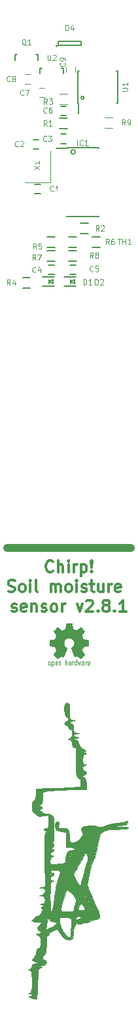
<source format=gbr>
G04 #@! TF.GenerationSoftware,KiCad,Pcbnew,6.0.0-rc1-unknown-4a57541~66~ubuntu16.04.1*
G04 #@! TF.CreationDate,2018-09-11T15:26:06+03:00*
G04 #@! TF.ProjectId,rs485-moist-sensor,72733438352D6D6F6973742D73656E73,rev?*
G04 #@! TF.SameCoordinates,Original*
G04 #@! TF.FileFunction,Legend,Top*
G04 #@! TF.FilePolarity,Positive*
%FSLAX46Y46*%
G04 Gerber Fmt 4.6, Leading zero omitted, Abs format (unit mm)*
G04 Created by KiCad (PCBNEW 6.0.0-rc1-unknown-4a57541~66~ubuntu16.04.1) date Tue Sep 11 15:26:06 2018*
%MOMM*%
%LPD*%
G01*
G04 APERTURE LIST*
%ADD10C,1.000000*%
%ADD11C,0.300000*%
%ADD12C,0.120000*%
%ADD13C,0.150000*%
%ADD14C,0.075000*%
%ADD15C,0.002540*%
%ADD16C,0.010000*%
%ADD17C,0.110000*%
%ADD18R,1.200000X1.400000*%
%ADD19R,0.800000X0.700000*%
%ADD20R,1.500000X0.600000*%
%ADD21R,0.600000X1.550000*%
%ADD22R,0.800100X0.800100*%
%ADD23R,0.800000X0.750000*%
%ADD24R,0.500000X0.900000*%
%ADD25R,0.750000X0.800000*%
%ADD26R,0.650000X1.060000*%
G04 APERTURE END LIST*
D10*
X87000000Y-91000000D02*
X103000000Y-91000000D01*
D11*
X92928571Y-93985714D02*
X92857142Y-94057142D01*
X92642857Y-94128571D01*
X92500000Y-94128571D01*
X92285714Y-94057142D01*
X92142857Y-93914285D01*
X92071428Y-93771428D01*
X92000000Y-93485714D01*
X92000000Y-93271428D01*
X92071428Y-92985714D01*
X92142857Y-92842857D01*
X92285714Y-92700000D01*
X92500000Y-92628571D01*
X92642857Y-92628571D01*
X92857142Y-92700000D01*
X92928571Y-92771428D01*
X93571428Y-94128571D02*
X93571428Y-92628571D01*
X94214285Y-94128571D02*
X94214285Y-93342857D01*
X94142857Y-93200000D01*
X94000000Y-93128571D01*
X93785714Y-93128571D01*
X93642857Y-93200000D01*
X93571428Y-93271428D01*
X94928571Y-94128571D02*
X94928571Y-93128571D01*
X94928571Y-92628571D02*
X94857142Y-92700000D01*
X94928571Y-92771428D01*
X95000000Y-92700000D01*
X94928571Y-92628571D01*
X94928571Y-92771428D01*
X95642857Y-94128571D02*
X95642857Y-93128571D01*
X95642857Y-93414285D02*
X95714285Y-93271428D01*
X95785714Y-93200000D01*
X95928571Y-93128571D01*
X96071428Y-93128571D01*
X96571428Y-93128571D02*
X96571428Y-94628571D01*
X96571428Y-93200000D02*
X96714285Y-93128571D01*
X97000000Y-93128571D01*
X97142857Y-93200000D01*
X97214285Y-93271428D01*
X97285714Y-93414285D01*
X97285714Y-93842857D01*
X97214285Y-93985714D01*
X97142857Y-94057142D01*
X97000000Y-94128571D01*
X96714285Y-94128571D01*
X96571428Y-94057142D01*
X97928571Y-93985714D02*
X98000000Y-94057142D01*
X97928571Y-94128571D01*
X97857142Y-94057142D01*
X97928571Y-93985714D01*
X97928571Y-94128571D01*
X97928571Y-93557142D02*
X97857142Y-92700000D01*
X97928571Y-92628571D01*
X98000000Y-92700000D01*
X97928571Y-93557142D01*
X97928571Y-92628571D01*
X87142857Y-96607142D02*
X87357142Y-96678571D01*
X87714285Y-96678571D01*
X87857142Y-96607142D01*
X87928571Y-96535714D01*
X88000000Y-96392857D01*
X88000000Y-96250000D01*
X87928571Y-96107142D01*
X87857142Y-96035714D01*
X87714285Y-95964285D01*
X87428571Y-95892857D01*
X87285714Y-95821428D01*
X87214285Y-95750000D01*
X87142857Y-95607142D01*
X87142857Y-95464285D01*
X87214285Y-95321428D01*
X87285714Y-95250000D01*
X87428571Y-95178571D01*
X87785714Y-95178571D01*
X88000000Y-95250000D01*
X88857142Y-96678571D02*
X88714285Y-96607142D01*
X88642857Y-96535714D01*
X88571428Y-96392857D01*
X88571428Y-95964285D01*
X88642857Y-95821428D01*
X88714285Y-95750000D01*
X88857142Y-95678571D01*
X89071428Y-95678571D01*
X89214285Y-95750000D01*
X89285714Y-95821428D01*
X89357142Y-95964285D01*
X89357142Y-96392857D01*
X89285714Y-96535714D01*
X89214285Y-96607142D01*
X89071428Y-96678571D01*
X88857142Y-96678571D01*
X90000000Y-96678571D02*
X90000000Y-95678571D01*
X90000000Y-95178571D02*
X89928571Y-95250000D01*
X90000000Y-95321428D01*
X90071428Y-95250000D01*
X90000000Y-95178571D01*
X90000000Y-95321428D01*
X90928571Y-96678571D02*
X90785714Y-96607142D01*
X90714285Y-96464285D01*
X90714285Y-95178571D01*
X92642857Y-96678571D02*
X92642857Y-95678571D01*
X92642857Y-95821428D02*
X92714285Y-95750000D01*
X92857142Y-95678571D01*
X93071428Y-95678571D01*
X93214285Y-95750000D01*
X93285714Y-95892857D01*
X93285714Y-96678571D01*
X93285714Y-95892857D02*
X93357142Y-95750000D01*
X93500000Y-95678571D01*
X93714285Y-95678571D01*
X93857142Y-95750000D01*
X93928571Y-95892857D01*
X93928571Y-96678571D01*
X94857142Y-96678571D02*
X94714285Y-96607142D01*
X94642857Y-96535714D01*
X94571428Y-96392857D01*
X94571428Y-95964285D01*
X94642857Y-95821428D01*
X94714285Y-95750000D01*
X94857142Y-95678571D01*
X95071428Y-95678571D01*
X95214285Y-95750000D01*
X95285714Y-95821428D01*
X95357142Y-95964285D01*
X95357142Y-96392857D01*
X95285714Y-96535714D01*
X95214285Y-96607142D01*
X95071428Y-96678571D01*
X94857142Y-96678571D01*
X96000000Y-96678571D02*
X96000000Y-95678571D01*
X96000000Y-95178571D02*
X95928571Y-95250000D01*
X96000000Y-95321428D01*
X96071428Y-95250000D01*
X96000000Y-95178571D01*
X96000000Y-95321428D01*
X96642857Y-96607142D02*
X96785714Y-96678571D01*
X97071428Y-96678571D01*
X97214285Y-96607142D01*
X97285714Y-96464285D01*
X97285714Y-96392857D01*
X97214285Y-96250000D01*
X97071428Y-96178571D01*
X96857142Y-96178571D01*
X96714285Y-96107142D01*
X96642857Y-95964285D01*
X96642857Y-95892857D01*
X96714285Y-95750000D01*
X96857142Y-95678571D01*
X97071428Y-95678571D01*
X97214285Y-95750000D01*
X97714285Y-95678571D02*
X98285714Y-95678571D01*
X97928571Y-95178571D02*
X97928571Y-96464285D01*
X98000000Y-96607142D01*
X98142857Y-96678571D01*
X98285714Y-96678571D01*
X99428571Y-95678571D02*
X99428571Y-96678571D01*
X98785714Y-95678571D02*
X98785714Y-96464285D01*
X98857142Y-96607142D01*
X99000000Y-96678571D01*
X99214285Y-96678571D01*
X99357142Y-96607142D01*
X99428571Y-96535714D01*
X100142857Y-96678571D02*
X100142857Y-95678571D01*
X100142857Y-95964285D02*
X100214285Y-95821428D01*
X100285714Y-95750000D01*
X100428571Y-95678571D01*
X100571428Y-95678571D01*
X101642857Y-96607142D02*
X101500000Y-96678571D01*
X101214285Y-96678571D01*
X101071428Y-96607142D01*
X101000000Y-96464285D01*
X101000000Y-95892857D01*
X101071428Y-95750000D01*
X101214285Y-95678571D01*
X101500000Y-95678571D01*
X101642857Y-95750000D01*
X101714285Y-95892857D01*
X101714285Y-96035714D01*
X101000000Y-96178571D01*
X87607142Y-99157142D02*
X87750000Y-99228571D01*
X88035714Y-99228571D01*
X88178571Y-99157142D01*
X88250000Y-99014285D01*
X88250000Y-98942857D01*
X88178571Y-98800000D01*
X88035714Y-98728571D01*
X87821428Y-98728571D01*
X87678571Y-98657142D01*
X87607142Y-98514285D01*
X87607142Y-98442857D01*
X87678571Y-98300000D01*
X87821428Y-98228571D01*
X88035714Y-98228571D01*
X88178571Y-98300000D01*
X89464285Y-99157142D02*
X89321428Y-99228571D01*
X89035714Y-99228571D01*
X88892857Y-99157142D01*
X88821428Y-99014285D01*
X88821428Y-98442857D01*
X88892857Y-98300000D01*
X89035714Y-98228571D01*
X89321428Y-98228571D01*
X89464285Y-98300000D01*
X89535714Y-98442857D01*
X89535714Y-98585714D01*
X88821428Y-98728571D01*
X90178571Y-98228571D02*
X90178571Y-99228571D01*
X90178571Y-98371428D02*
X90250000Y-98300000D01*
X90392857Y-98228571D01*
X90607142Y-98228571D01*
X90750000Y-98300000D01*
X90821428Y-98442857D01*
X90821428Y-99228571D01*
X91464285Y-99157142D02*
X91607142Y-99228571D01*
X91892857Y-99228571D01*
X92035714Y-99157142D01*
X92107142Y-99014285D01*
X92107142Y-98942857D01*
X92035714Y-98800000D01*
X91892857Y-98728571D01*
X91678571Y-98728571D01*
X91535714Y-98657142D01*
X91464285Y-98514285D01*
X91464285Y-98442857D01*
X91535714Y-98300000D01*
X91678571Y-98228571D01*
X91892857Y-98228571D01*
X92035714Y-98300000D01*
X92964285Y-99228571D02*
X92821428Y-99157142D01*
X92750000Y-99085714D01*
X92678571Y-98942857D01*
X92678571Y-98514285D01*
X92750000Y-98371428D01*
X92821428Y-98300000D01*
X92964285Y-98228571D01*
X93178571Y-98228571D01*
X93321428Y-98300000D01*
X93392857Y-98371428D01*
X93464285Y-98514285D01*
X93464285Y-98942857D01*
X93392857Y-99085714D01*
X93321428Y-99157142D01*
X93178571Y-99228571D01*
X92964285Y-99228571D01*
X94107142Y-99228571D02*
X94107142Y-98228571D01*
X94107142Y-98514285D02*
X94178571Y-98371428D01*
X94250000Y-98300000D01*
X94392857Y-98228571D01*
X94535714Y-98228571D01*
X96035714Y-98228571D02*
X96392857Y-99228571D01*
X96750000Y-98228571D01*
X97250000Y-97871428D02*
X97321428Y-97800000D01*
X97464285Y-97728571D01*
X97821428Y-97728571D01*
X97964285Y-97800000D01*
X98035714Y-97871428D01*
X98107142Y-98014285D01*
X98107142Y-98157142D01*
X98035714Y-98371428D01*
X97178571Y-99228571D01*
X98107142Y-99228571D01*
X98750000Y-99085714D02*
X98821428Y-99157142D01*
X98750000Y-99228571D01*
X98678571Y-99157142D01*
X98750000Y-99085714D01*
X98750000Y-99228571D01*
X99678571Y-98371428D02*
X99535714Y-98300000D01*
X99464285Y-98228571D01*
X99392857Y-98085714D01*
X99392857Y-98014285D01*
X99464285Y-97871428D01*
X99535714Y-97800000D01*
X99678571Y-97728571D01*
X99964285Y-97728571D01*
X100107142Y-97800000D01*
X100178571Y-97871428D01*
X100250000Y-98014285D01*
X100250000Y-98085714D01*
X100178571Y-98228571D01*
X100107142Y-98300000D01*
X99964285Y-98371428D01*
X99678571Y-98371428D01*
X99535714Y-98442857D01*
X99464285Y-98514285D01*
X99392857Y-98657142D01*
X99392857Y-98942857D01*
X99464285Y-99085714D01*
X99535714Y-99157142D01*
X99678571Y-99228571D01*
X99964285Y-99228571D01*
X100107142Y-99157142D01*
X100178571Y-99085714D01*
X100250000Y-98942857D01*
X100250000Y-98657142D01*
X100178571Y-98514285D01*
X100107142Y-98442857D01*
X99964285Y-98371428D01*
X100892857Y-99085714D02*
X100964285Y-99157142D01*
X100892857Y-99228571D01*
X100821428Y-99157142D01*
X100892857Y-99085714D01*
X100892857Y-99228571D01*
X102392857Y-99228571D02*
X101535714Y-99228571D01*
X101964285Y-99228571D02*
X101964285Y-97728571D01*
X101821428Y-97942857D01*
X101678571Y-98085714D01*
X101535714Y-98157142D01*
D12*
G04 #@! TO.C,X1*
X89300000Y-43800000D02*
X92600000Y-43800000D01*
X92600000Y-43800000D02*
X92600000Y-39800000D01*
D13*
G04 #@! TO.C,D1*
X92460000Y-56892000D02*
X92460000Y-56392000D01*
X92960000Y-56892000D02*
X92460000Y-56642000D01*
X92460000Y-56642000D02*
X92960000Y-56392000D01*
X92960000Y-56392000D02*
X92960000Y-56892000D01*
X93110000Y-56042000D02*
X91560000Y-56042000D01*
X93110000Y-57242000D02*
X91560000Y-57242000D01*
G04 #@! TO.C,D2*
X95254000Y-56892000D02*
X95254000Y-56392000D01*
X95754000Y-56892000D02*
X95754000Y-56392000D01*
X95754000Y-56392000D02*
X95254000Y-56642000D01*
X95254000Y-56642000D02*
X95754000Y-56892000D01*
X95904000Y-56042000D02*
X94354000Y-56042000D01*
X95904000Y-57242000D02*
X94354000Y-57242000D01*
G04 #@! TO.C,IC1*
X94725000Y-39350000D02*
X94725000Y-39465000D01*
X98875000Y-39350000D02*
X98875000Y-39465000D01*
X98875000Y-48250000D02*
X98875000Y-48135000D01*
X94725000Y-48250000D02*
X94725000Y-48135000D01*
X94725000Y-39350000D02*
X98875000Y-39350000D01*
X94725000Y-48250000D02*
X98875000Y-48250000D01*
X94725000Y-39465000D02*
X93350000Y-39465000D01*
X95832843Y-39900000D02*
G75*
G03X95832843Y-39900000I-282843J0D01*
G01*
G04 #@! TO.C,U1*
X96225000Y-33575000D02*
X96225000Y-34975000D01*
X101325000Y-33575000D02*
X101325000Y-29425000D01*
X96175000Y-33575000D02*
X96175000Y-29425000D01*
X101325000Y-33575000D02*
X101180000Y-33575000D01*
X101325000Y-29425000D02*
X101180000Y-29425000D01*
X96175000Y-29425000D02*
X96320000Y-29425000D01*
X96175000Y-33575000D02*
X96225000Y-33575000D01*
X96930278Y-32900000D02*
G75*
G03X96930278Y-32900000I-180278J0D01*
G01*
G04 #@! TO.C,U2*
X94249820Y-29099760D02*
X94249820Y-29800800D01*
X94049160Y-29099760D02*
X94249820Y-29099760D01*
X91250180Y-29099760D02*
X91499100Y-29099760D01*
X91250180Y-29800800D02*
X91250180Y-29099760D01*
X94049160Y-29099760D02*
X94000900Y-29099760D01*
G04 #@! TO.C,Q1*
X90999820Y-27349760D02*
X90999820Y-28050800D01*
X90799160Y-27349760D02*
X90999820Y-27349760D01*
X88000180Y-27349760D02*
X88249100Y-27349760D01*
X88000180Y-28050800D02*
X88000180Y-27349760D01*
X90799160Y-27349760D02*
X90750900Y-27349760D01*
G04 #@! TO.C,C1*
X91300000Y-45300000D02*
X90600000Y-45300000D01*
X90600000Y-44100000D02*
X91300000Y-44100000D01*
G04 #@! TO.C,C2*
X90400000Y-38300000D02*
X91100000Y-38300000D01*
X91100000Y-39500000D02*
X90400000Y-39500000D01*
G04 #@! TO.C,C3*
X93950000Y-37600000D02*
X94650000Y-37600000D01*
X94650000Y-38800000D02*
X93950000Y-38800000D01*
G04 #@! TO.C,C4*
X93060000Y-55718000D02*
X92360000Y-55718000D01*
X92360000Y-54518000D02*
X93060000Y-54518000D01*
G04 #@! TO.C,C5*
X95154000Y-54518000D02*
X95854000Y-54518000D01*
X95854000Y-55718000D02*
X95154000Y-55718000D01*
G04 #@! TO.C,C6*
X94650000Y-35200000D02*
X93950000Y-35200000D01*
X93950000Y-34000000D02*
X94650000Y-34000000D01*
G04 #@! TO.C,R1*
X93800000Y-35525000D02*
X94800000Y-35525000D01*
X94800000Y-36875000D02*
X93800000Y-36875000D01*
G04 #@! TO.C,R2*
X97528000Y-50459000D02*
X96528000Y-50459000D01*
X96528000Y-49109000D02*
X97528000Y-49109000D01*
G04 #@! TO.C,R4*
X90000000Y-57425000D02*
X89000000Y-57425000D01*
X89000000Y-56075000D02*
X90000000Y-56075000D01*
G04 #@! TO.C,R5*
X92210000Y-50887000D02*
X93210000Y-50887000D01*
X93210000Y-52237000D02*
X92210000Y-52237000D01*
G04 #@! TO.C,R6*
X96004000Y-52237000D02*
X95004000Y-52237000D01*
X95004000Y-50887000D02*
X96004000Y-50887000D01*
G04 #@! TO.C,R7*
X93210000Y-54015000D02*
X92210000Y-54015000D01*
X92210000Y-52665000D02*
X93210000Y-52665000D01*
G04 #@! TO.C,R8*
X95004000Y-52665000D02*
X96004000Y-52665000D01*
X96004000Y-54015000D02*
X95004000Y-54015000D01*
G04 #@! TO.C,TH1*
X99000000Y-52175000D02*
X98000000Y-52175000D01*
X98000000Y-50825000D02*
X99000000Y-50825000D01*
D14*
G04 #@! TO.C,#LOGO1*
X97160000Y-105620000D02*
X97160000Y-106080000D01*
X97250000Y-105620000D02*
X97300000Y-105620000D01*
X97200000Y-105650000D02*
X97250000Y-105620000D01*
X97180000Y-105670000D02*
X97200000Y-105650000D01*
X97160000Y-105740000D02*
X97180000Y-105670000D01*
X97600000Y-106080000D02*
X97650000Y-106050000D01*
X97500000Y-106080000D02*
X97600000Y-106080000D01*
X97460000Y-106050000D02*
X97500000Y-106080000D01*
X97440000Y-105980000D02*
X97460000Y-106050000D01*
X97440000Y-105710000D02*
X97440000Y-105980000D01*
X97470000Y-105650000D02*
X97440000Y-105710000D01*
X97510000Y-105620000D02*
X97470000Y-105650000D01*
X97610000Y-105620000D02*
X97510000Y-105620000D01*
X97650000Y-105660000D02*
X97610000Y-105620000D01*
X97670000Y-105730000D02*
X97650000Y-105660000D01*
X97670000Y-105850000D02*
X97670000Y-105730000D01*
X97670000Y-105850000D02*
X97440000Y-105850000D01*
X96920000Y-105710000D02*
X96920000Y-106080000D01*
X96890000Y-105650000D02*
X96920000Y-105710000D01*
X96850000Y-105620000D02*
X96890000Y-105650000D01*
X96750000Y-105620000D02*
X96850000Y-105620000D01*
X96700000Y-105650000D02*
X96750000Y-105620000D01*
X96760000Y-105810000D02*
X96710000Y-105840000D01*
X96880000Y-105810000D02*
X96760000Y-105810000D01*
X96920000Y-105780000D02*
X96880000Y-105810000D01*
X96870000Y-106080000D02*
X96920000Y-106040000D01*
X96750000Y-106080000D02*
X96870000Y-106080000D01*
X96700000Y-106040000D02*
X96750000Y-106080000D01*
X96680000Y-105980000D02*
X96700000Y-106040000D01*
X96680000Y-105910000D02*
X96680000Y-105980000D01*
X96710000Y-105840000D02*
X96680000Y-105910000D01*
X96130000Y-105620000D02*
X96230000Y-106080000D01*
X96230000Y-106080000D02*
X96320000Y-105740000D01*
X96320000Y-105740000D02*
X96420000Y-106080000D01*
X96420000Y-106080000D02*
X96520000Y-105620000D01*
X95940000Y-106050000D02*
X95900000Y-106080000D01*
X95900000Y-106080000D02*
X95790000Y-106080000D01*
X95790000Y-106080000D02*
X95750000Y-106050000D01*
X95750000Y-106050000D02*
X95730000Y-106020000D01*
X95730000Y-106020000D02*
X95700000Y-105950000D01*
X95700000Y-105950000D02*
X95700000Y-105750000D01*
X95700000Y-105750000D02*
X95730000Y-105680000D01*
X95730000Y-105680000D02*
X95750000Y-105650000D01*
X95750000Y-105650000D02*
X95810000Y-105610000D01*
X95810000Y-105610000D02*
X95880000Y-105610000D01*
X95880000Y-105610000D02*
X95940000Y-105650000D01*
X95940000Y-105380000D02*
X95940000Y-106080000D01*
X95420000Y-105740000D02*
X95440000Y-105670000D01*
X95440000Y-105670000D02*
X95460000Y-105650000D01*
X95460000Y-105650000D02*
X95510000Y-105620000D01*
X95510000Y-105620000D02*
X95560000Y-105620000D01*
X95420000Y-105620000D02*
X95420000Y-106080000D01*
X94970000Y-105840000D02*
X94940000Y-105910000D01*
X94940000Y-105910000D02*
X94940000Y-105980000D01*
X94940000Y-105980000D02*
X94960000Y-106040000D01*
X94960000Y-106040000D02*
X95010000Y-106080000D01*
X95010000Y-106080000D02*
X95130000Y-106080000D01*
X95130000Y-106080000D02*
X95180000Y-106040000D01*
X95180000Y-105780000D02*
X95140000Y-105810000D01*
X95140000Y-105810000D02*
X95020000Y-105810000D01*
X95020000Y-105810000D02*
X94970000Y-105840000D01*
X94960000Y-105650000D02*
X95010000Y-105620000D01*
X95010000Y-105620000D02*
X95110000Y-105620000D01*
X95110000Y-105620000D02*
X95150000Y-105650000D01*
X95150000Y-105650000D02*
X95180000Y-105710000D01*
X95180000Y-105710000D02*
X95180000Y-106080000D01*
X94510000Y-105690000D02*
X94530000Y-105650000D01*
X94530000Y-105650000D02*
X94580000Y-105620000D01*
X94580000Y-105620000D02*
X94660000Y-105620000D01*
X94660000Y-105620000D02*
X94700000Y-105650000D01*
X94700000Y-105650000D02*
X94720000Y-105710000D01*
X94720000Y-105710000D02*
X94720000Y-106080000D01*
X94510000Y-105380000D02*
X94510000Y-106080000D01*
X93460000Y-105850000D02*
X93230000Y-105850000D01*
X93680000Y-105680000D02*
X93700000Y-105650000D01*
X93700000Y-105650000D02*
X93740000Y-105620000D01*
X93740000Y-105620000D02*
X93830000Y-105620000D01*
X93830000Y-105620000D02*
X93870000Y-105650000D01*
X93870000Y-105650000D02*
X93890000Y-105710000D01*
X93890000Y-105710000D02*
X93890000Y-106080000D01*
X93680000Y-105620000D02*
X93680000Y-106080000D01*
X93460000Y-105850000D02*
X93460000Y-105730000D01*
X93460000Y-105730000D02*
X93440000Y-105660000D01*
X93440000Y-105660000D02*
X93400000Y-105620000D01*
X93400000Y-105620000D02*
X93300000Y-105620000D01*
X93300000Y-105620000D02*
X93260000Y-105650000D01*
X93260000Y-105650000D02*
X93230000Y-105710000D01*
X93230000Y-105710000D02*
X93230000Y-105980000D01*
X93230000Y-105980000D02*
X93250000Y-106050000D01*
X93250000Y-106050000D02*
X93290000Y-106080000D01*
X93290000Y-106080000D02*
X93390000Y-106080000D01*
X93390000Y-106080000D02*
X93440000Y-106050000D01*
X92800000Y-105650000D02*
X92840000Y-105620000D01*
X92840000Y-105620000D02*
X92940000Y-105620000D01*
X92940000Y-105620000D02*
X92980000Y-105650000D01*
X92980000Y-105650000D02*
X93010000Y-105680000D01*
X93010000Y-105680000D02*
X93030000Y-105740000D01*
X93030000Y-105740000D02*
X93030000Y-105960000D01*
X93030000Y-105960000D02*
X93010000Y-106020000D01*
X93010000Y-106020000D02*
X92990000Y-106050000D01*
X92990000Y-106050000D02*
X92950000Y-106080000D01*
X92950000Y-106080000D02*
X92850000Y-106080000D01*
X92850000Y-106080000D02*
X92800000Y-106050000D01*
X92800000Y-106320000D02*
X92800000Y-105620000D01*
X92490000Y-105620000D02*
X92410000Y-105620000D01*
X92410000Y-105620000D02*
X92370000Y-105650000D01*
X92370000Y-105650000D02*
X92350000Y-105680000D01*
X92350000Y-105680000D02*
X92320000Y-105750000D01*
X92410000Y-106080000D02*
X92490000Y-106080000D01*
X92490000Y-106080000D02*
X92540000Y-106050000D01*
X92540000Y-106050000D02*
X92560000Y-106020000D01*
X92560000Y-106020000D02*
X92580000Y-105950000D01*
X92580000Y-105950000D02*
X92580000Y-105750000D01*
X92580000Y-105750000D02*
X92560000Y-105690000D01*
X92560000Y-105690000D02*
X92540000Y-105660000D01*
X92540000Y-105660000D02*
X92490000Y-105620000D01*
X92320000Y-105750000D02*
X92320000Y-105950000D01*
X92320000Y-105950000D02*
X92340000Y-106010000D01*
X92340000Y-106010000D02*
X92360000Y-106040000D01*
X92360000Y-106040000D02*
X92410000Y-106080000D01*
D15*
G36*
X93486160Y-105245360D02*
X93511560Y-105230120D01*
X93569980Y-105194560D01*
X93653800Y-105138680D01*
X93752860Y-105072640D01*
X93851920Y-105006600D01*
X93933200Y-104953260D01*
X93989080Y-104915160D01*
X94014480Y-104902460D01*
X94027180Y-104907540D01*
X94072900Y-104930400D01*
X94141480Y-104965960D01*
X94182120Y-104986280D01*
X94243080Y-105011680D01*
X94276100Y-105019300D01*
X94281180Y-105009140D01*
X94304040Y-104960880D01*
X94339600Y-104879600D01*
X94385320Y-104770380D01*
X94441200Y-104643380D01*
X94497080Y-104508760D01*
X94555500Y-104369060D01*
X94611380Y-104234440D01*
X94659640Y-104115060D01*
X94700280Y-104018540D01*
X94725680Y-103949960D01*
X94735840Y-103922020D01*
X94733300Y-103914400D01*
X94700280Y-103883920D01*
X94646940Y-103843280D01*
X94527560Y-103746760D01*
X94410720Y-103601980D01*
X94339600Y-103436880D01*
X94316740Y-103251460D01*
X94337060Y-103081280D01*
X94403100Y-102918720D01*
X94517400Y-102771400D01*
X94657100Y-102662180D01*
X94819660Y-102593600D01*
X95000000Y-102570740D01*
X95172720Y-102591060D01*
X95340360Y-102657100D01*
X95487680Y-102768860D01*
X95551180Y-102839980D01*
X95637540Y-102989840D01*
X95685800Y-103147320D01*
X95690880Y-103187960D01*
X95683260Y-103363220D01*
X95632460Y-103533400D01*
X95538480Y-103683260D01*
X95408940Y-103807720D01*
X95393700Y-103817880D01*
X95335280Y-103863600D01*
X95294640Y-103894080D01*
X95264160Y-103919480D01*
X95487680Y-104457960D01*
X95523240Y-104541780D01*
X95584200Y-104689100D01*
X95637540Y-104816100D01*
X95680720Y-104917700D01*
X95711200Y-104983740D01*
X95723900Y-105011680D01*
X95723900Y-105014220D01*
X95744220Y-105016760D01*
X95784860Y-105001520D01*
X95861060Y-104965960D01*
X95909320Y-104940560D01*
X95967740Y-104912620D01*
X95993140Y-104902460D01*
X96016000Y-104915160D01*
X96069340Y-104950720D01*
X96150620Y-105004060D01*
X96247140Y-105067560D01*
X96338580Y-105131060D01*
X96422400Y-105186940D01*
X96483360Y-105225040D01*
X96513840Y-105242820D01*
X96518920Y-105242820D01*
X96544320Y-105227580D01*
X96592580Y-105186940D01*
X96666240Y-105118360D01*
X96770380Y-105014220D01*
X96785620Y-104998980D01*
X96871980Y-104912620D01*
X96940560Y-104838960D01*
X96986280Y-104788160D01*
X97004060Y-104765300D01*
X96988820Y-104734820D01*
X96950720Y-104673860D01*
X96894840Y-104587500D01*
X96826260Y-104488440D01*
X96648460Y-104229360D01*
X96744980Y-103985520D01*
X96775460Y-103909320D01*
X96813560Y-103820420D01*
X96841500Y-103754380D01*
X96856740Y-103726440D01*
X96882140Y-103716280D01*
X96950720Y-103701040D01*
X97047240Y-103680720D01*
X97161540Y-103660400D01*
X97273300Y-103640080D01*
X97372360Y-103619760D01*
X97443480Y-103607060D01*
X97476500Y-103599440D01*
X97484120Y-103594360D01*
X97491740Y-103579120D01*
X97494280Y-103546100D01*
X97496820Y-103485140D01*
X97499360Y-103391160D01*
X97499360Y-103251460D01*
X97499360Y-103236220D01*
X97496820Y-103106680D01*
X97494280Y-103000000D01*
X97491740Y-102933960D01*
X97486660Y-102906020D01*
X97456180Y-102898400D01*
X97385060Y-102883160D01*
X97286000Y-102865380D01*
X97166620Y-102842520D01*
X97159000Y-102839980D01*
X97042160Y-102817120D01*
X96943100Y-102796800D01*
X96871980Y-102781560D01*
X96844040Y-102771400D01*
X96836420Y-102763780D01*
X96813560Y-102718060D01*
X96780540Y-102644400D01*
X96739900Y-102555500D01*
X96701800Y-102461520D01*
X96668780Y-102377700D01*
X96645920Y-102316740D01*
X96638300Y-102288800D01*
X96640840Y-102286260D01*
X96658620Y-102258320D01*
X96699260Y-102197360D01*
X96755140Y-102113540D01*
X96823720Y-102011940D01*
X96828800Y-102004320D01*
X96897380Y-101905260D01*
X96953260Y-101818900D01*
X96988820Y-101760480D01*
X97004060Y-101732540D01*
X97004060Y-101730000D01*
X96981200Y-101699520D01*
X96930400Y-101643640D01*
X96856740Y-101567440D01*
X96770380Y-101478540D01*
X96742440Y-101453140D01*
X96643380Y-101356620D01*
X96577340Y-101295660D01*
X96534160Y-101262640D01*
X96513840Y-101255020D01*
X96483360Y-101272800D01*
X96419860Y-101313440D01*
X96336040Y-101371860D01*
X96234440Y-101440440D01*
X96226820Y-101445520D01*
X96127760Y-101514100D01*
X96043940Y-101569980D01*
X95985520Y-101610620D01*
X95957580Y-101625860D01*
X95955040Y-101625860D01*
X95914400Y-101613160D01*
X95843280Y-101587760D01*
X95754380Y-101554740D01*
X95662940Y-101516640D01*
X95579120Y-101481080D01*
X95515620Y-101453140D01*
X95485140Y-101435360D01*
X95474980Y-101399800D01*
X95457200Y-101323600D01*
X95436880Y-101222000D01*
X95411480Y-101100080D01*
X95408940Y-101079760D01*
X95386080Y-100960380D01*
X95368300Y-100861320D01*
X95353060Y-100792740D01*
X95345440Y-100764800D01*
X95330200Y-100762260D01*
X95271780Y-100757180D01*
X95182880Y-100754640D01*
X95073660Y-100754640D01*
X94961900Y-100754640D01*
X94852680Y-100757180D01*
X94758700Y-100759720D01*
X94690120Y-100764800D01*
X94662180Y-100769880D01*
X94662180Y-100772420D01*
X94652020Y-100810520D01*
X94634240Y-100884180D01*
X94613920Y-100988320D01*
X94591060Y-101110240D01*
X94585980Y-101133100D01*
X94563120Y-101249940D01*
X94542800Y-101349000D01*
X94530100Y-101415040D01*
X94522480Y-101442980D01*
X94509780Y-101448060D01*
X94461520Y-101468380D01*
X94382780Y-101501400D01*
X94283720Y-101542040D01*
X94055120Y-101633480D01*
X93773180Y-101442980D01*
X93747780Y-101425200D01*
X93646180Y-101356620D01*
X93564900Y-101300740D01*
X93506480Y-101262640D01*
X93483620Y-101249940D01*
X93481080Y-101249940D01*
X93453140Y-101275340D01*
X93397260Y-101328680D01*
X93321060Y-101402340D01*
X93232160Y-101488700D01*
X93168660Y-101554740D01*
X93089920Y-101633480D01*
X93041660Y-101686820D01*
X93013720Y-101719840D01*
X93006100Y-101740160D01*
X93008640Y-101755400D01*
X93026420Y-101783340D01*
X93067060Y-101844300D01*
X93125480Y-101930660D01*
X93194060Y-102029720D01*
X93249940Y-102113540D01*
X93310900Y-102207520D01*
X93349000Y-102273560D01*
X93364240Y-102306580D01*
X93359160Y-102319280D01*
X93341380Y-102375160D01*
X93305820Y-102458980D01*
X93265180Y-102558040D01*
X93166120Y-102779020D01*
X93021340Y-102806960D01*
X92932440Y-102824740D01*
X92810520Y-102847600D01*
X92691140Y-102870460D01*
X92508260Y-102906020D01*
X92500640Y-103581660D01*
X92528580Y-103594360D01*
X92556520Y-103601980D01*
X92625100Y-103617220D01*
X92721620Y-103637540D01*
X92838460Y-103657860D01*
X92934980Y-103675640D01*
X93034040Y-103695960D01*
X93105160Y-103708660D01*
X93135640Y-103716280D01*
X93145800Y-103726440D01*
X93168660Y-103774700D01*
X93204220Y-103850900D01*
X93244860Y-103942340D01*
X93282960Y-104036320D01*
X93318520Y-104125220D01*
X93341380Y-104191260D01*
X93351540Y-104224280D01*
X93338840Y-104252220D01*
X93300740Y-104310640D01*
X93247400Y-104391920D01*
X93178820Y-104490980D01*
X93112780Y-104587500D01*
X93054360Y-104671320D01*
X93016260Y-104732280D01*
X92998480Y-104760220D01*
X93008640Y-104778000D01*
X93046740Y-104826260D01*
X93120400Y-104902460D01*
X93232160Y-105011680D01*
X93249940Y-105029460D01*
X93336300Y-105113280D01*
X93409960Y-105181860D01*
X93463300Y-105227580D01*
X93486160Y-105245360D01*
X93486160Y-105245360D01*
G37*
X93486160Y-105245360D02*
X93511560Y-105230120D01*
X93569980Y-105194560D01*
X93653800Y-105138680D01*
X93752860Y-105072640D01*
X93851920Y-105006600D01*
X93933200Y-104953260D01*
X93989080Y-104915160D01*
X94014480Y-104902460D01*
X94027180Y-104907540D01*
X94072900Y-104930400D01*
X94141480Y-104965960D01*
X94182120Y-104986280D01*
X94243080Y-105011680D01*
X94276100Y-105019300D01*
X94281180Y-105009140D01*
X94304040Y-104960880D01*
X94339600Y-104879600D01*
X94385320Y-104770380D01*
X94441200Y-104643380D01*
X94497080Y-104508760D01*
X94555500Y-104369060D01*
X94611380Y-104234440D01*
X94659640Y-104115060D01*
X94700280Y-104018540D01*
X94725680Y-103949960D01*
X94735840Y-103922020D01*
X94733300Y-103914400D01*
X94700280Y-103883920D01*
X94646940Y-103843280D01*
X94527560Y-103746760D01*
X94410720Y-103601980D01*
X94339600Y-103436880D01*
X94316740Y-103251460D01*
X94337060Y-103081280D01*
X94403100Y-102918720D01*
X94517400Y-102771400D01*
X94657100Y-102662180D01*
X94819660Y-102593600D01*
X95000000Y-102570740D01*
X95172720Y-102591060D01*
X95340360Y-102657100D01*
X95487680Y-102768860D01*
X95551180Y-102839980D01*
X95637540Y-102989840D01*
X95685800Y-103147320D01*
X95690880Y-103187960D01*
X95683260Y-103363220D01*
X95632460Y-103533400D01*
X95538480Y-103683260D01*
X95408940Y-103807720D01*
X95393700Y-103817880D01*
X95335280Y-103863600D01*
X95294640Y-103894080D01*
X95264160Y-103919480D01*
X95487680Y-104457960D01*
X95523240Y-104541780D01*
X95584200Y-104689100D01*
X95637540Y-104816100D01*
X95680720Y-104917700D01*
X95711200Y-104983740D01*
X95723900Y-105011680D01*
X95723900Y-105014220D01*
X95744220Y-105016760D01*
X95784860Y-105001520D01*
X95861060Y-104965960D01*
X95909320Y-104940560D01*
X95967740Y-104912620D01*
X95993140Y-104902460D01*
X96016000Y-104915160D01*
X96069340Y-104950720D01*
X96150620Y-105004060D01*
X96247140Y-105067560D01*
X96338580Y-105131060D01*
X96422400Y-105186940D01*
X96483360Y-105225040D01*
X96513840Y-105242820D01*
X96518920Y-105242820D01*
X96544320Y-105227580D01*
X96592580Y-105186940D01*
X96666240Y-105118360D01*
X96770380Y-105014220D01*
X96785620Y-104998980D01*
X96871980Y-104912620D01*
X96940560Y-104838960D01*
X96986280Y-104788160D01*
X97004060Y-104765300D01*
X96988820Y-104734820D01*
X96950720Y-104673860D01*
X96894840Y-104587500D01*
X96826260Y-104488440D01*
X96648460Y-104229360D01*
X96744980Y-103985520D01*
X96775460Y-103909320D01*
X96813560Y-103820420D01*
X96841500Y-103754380D01*
X96856740Y-103726440D01*
X96882140Y-103716280D01*
X96950720Y-103701040D01*
X97047240Y-103680720D01*
X97161540Y-103660400D01*
X97273300Y-103640080D01*
X97372360Y-103619760D01*
X97443480Y-103607060D01*
X97476500Y-103599440D01*
X97484120Y-103594360D01*
X97491740Y-103579120D01*
X97494280Y-103546100D01*
X97496820Y-103485140D01*
X97499360Y-103391160D01*
X97499360Y-103251460D01*
X97499360Y-103236220D01*
X97496820Y-103106680D01*
X97494280Y-103000000D01*
X97491740Y-102933960D01*
X97486660Y-102906020D01*
X97456180Y-102898400D01*
X97385060Y-102883160D01*
X97286000Y-102865380D01*
X97166620Y-102842520D01*
X97159000Y-102839980D01*
X97042160Y-102817120D01*
X96943100Y-102796800D01*
X96871980Y-102781560D01*
X96844040Y-102771400D01*
X96836420Y-102763780D01*
X96813560Y-102718060D01*
X96780540Y-102644400D01*
X96739900Y-102555500D01*
X96701800Y-102461520D01*
X96668780Y-102377700D01*
X96645920Y-102316740D01*
X96638300Y-102288800D01*
X96640840Y-102286260D01*
X96658620Y-102258320D01*
X96699260Y-102197360D01*
X96755140Y-102113540D01*
X96823720Y-102011940D01*
X96828800Y-102004320D01*
X96897380Y-101905260D01*
X96953260Y-101818900D01*
X96988820Y-101760480D01*
X97004060Y-101732540D01*
X97004060Y-101730000D01*
X96981200Y-101699520D01*
X96930400Y-101643640D01*
X96856740Y-101567440D01*
X96770380Y-101478540D01*
X96742440Y-101453140D01*
X96643380Y-101356620D01*
X96577340Y-101295660D01*
X96534160Y-101262640D01*
X96513840Y-101255020D01*
X96483360Y-101272800D01*
X96419860Y-101313440D01*
X96336040Y-101371860D01*
X96234440Y-101440440D01*
X96226820Y-101445520D01*
X96127760Y-101514100D01*
X96043940Y-101569980D01*
X95985520Y-101610620D01*
X95957580Y-101625860D01*
X95955040Y-101625860D01*
X95914400Y-101613160D01*
X95843280Y-101587760D01*
X95754380Y-101554740D01*
X95662940Y-101516640D01*
X95579120Y-101481080D01*
X95515620Y-101453140D01*
X95485140Y-101435360D01*
X95474980Y-101399800D01*
X95457200Y-101323600D01*
X95436880Y-101222000D01*
X95411480Y-101100080D01*
X95408940Y-101079760D01*
X95386080Y-100960380D01*
X95368300Y-100861320D01*
X95353060Y-100792740D01*
X95345440Y-100764800D01*
X95330200Y-100762260D01*
X95271780Y-100757180D01*
X95182880Y-100754640D01*
X95073660Y-100754640D01*
X94961900Y-100754640D01*
X94852680Y-100757180D01*
X94758700Y-100759720D01*
X94690120Y-100764800D01*
X94662180Y-100769880D01*
X94662180Y-100772420D01*
X94652020Y-100810520D01*
X94634240Y-100884180D01*
X94613920Y-100988320D01*
X94591060Y-101110240D01*
X94585980Y-101133100D01*
X94563120Y-101249940D01*
X94542800Y-101349000D01*
X94530100Y-101415040D01*
X94522480Y-101442980D01*
X94509780Y-101448060D01*
X94461520Y-101468380D01*
X94382780Y-101501400D01*
X94283720Y-101542040D01*
X94055120Y-101633480D01*
X93773180Y-101442980D01*
X93747780Y-101425200D01*
X93646180Y-101356620D01*
X93564900Y-101300740D01*
X93506480Y-101262640D01*
X93483620Y-101249940D01*
X93481080Y-101249940D01*
X93453140Y-101275340D01*
X93397260Y-101328680D01*
X93321060Y-101402340D01*
X93232160Y-101488700D01*
X93168660Y-101554740D01*
X93089920Y-101633480D01*
X93041660Y-101686820D01*
X93013720Y-101719840D01*
X93006100Y-101740160D01*
X93008640Y-101755400D01*
X93026420Y-101783340D01*
X93067060Y-101844300D01*
X93125480Y-101930660D01*
X93194060Y-102029720D01*
X93249940Y-102113540D01*
X93310900Y-102207520D01*
X93349000Y-102273560D01*
X93364240Y-102306580D01*
X93359160Y-102319280D01*
X93341380Y-102375160D01*
X93305820Y-102458980D01*
X93265180Y-102558040D01*
X93166120Y-102779020D01*
X93021340Y-102806960D01*
X92932440Y-102824740D01*
X92810520Y-102847600D01*
X92691140Y-102870460D01*
X92508260Y-102906020D01*
X92500640Y-103581660D01*
X92528580Y-103594360D01*
X92556520Y-103601980D01*
X92625100Y-103617220D01*
X92721620Y-103637540D01*
X92838460Y-103657860D01*
X92934980Y-103675640D01*
X93034040Y-103695960D01*
X93105160Y-103708660D01*
X93135640Y-103716280D01*
X93145800Y-103726440D01*
X93168660Y-103774700D01*
X93204220Y-103850900D01*
X93244860Y-103942340D01*
X93282960Y-104036320D01*
X93318520Y-104125220D01*
X93341380Y-104191260D01*
X93351540Y-104224280D01*
X93338840Y-104252220D01*
X93300740Y-104310640D01*
X93247400Y-104391920D01*
X93178820Y-104490980D01*
X93112780Y-104587500D01*
X93054360Y-104671320D01*
X93016260Y-104732280D01*
X92998480Y-104760220D01*
X93008640Y-104778000D01*
X93046740Y-104826260D01*
X93120400Y-104902460D01*
X93232160Y-105011680D01*
X93249940Y-105029460D01*
X93336300Y-105113280D01*
X93409960Y-105181860D01*
X93463300Y-105227580D01*
X93486160Y-105245360D01*
D16*
G04 #@! TO.C,#G\002A\002A\002A*
G36*
X89812140Y-148477643D02*
X89900000Y-148483798D01*
X90150108Y-148580153D01*
X90194371Y-148671523D01*
X90054827Y-148822559D01*
X89900000Y-148856907D01*
X89839739Y-148908991D01*
X90057236Y-149016884D01*
X90155195Y-149050278D01*
X90553414Y-149140935D01*
X90798779Y-149129127D01*
X90811532Y-149119704D01*
X90855629Y-148918051D01*
X90893970Y-148452257D01*
X90922099Y-147794604D01*
X90934814Y-147120346D01*
X90946860Y-146294477D01*
X90972576Y-145745995D01*
X91022089Y-145415882D01*
X91105528Y-145245117D01*
X91233019Y-145174684D01*
X91270111Y-145166380D01*
X91476838Y-145090301D01*
X91370263Y-144966701D01*
X91354217Y-144956400D01*
X91271303Y-144848438D01*
X91496351Y-144806803D01*
X91582120Y-144805224D01*
X91932724Y-144738436D01*
X92043737Y-144505126D01*
X92044702Y-144466225D01*
X91939524Y-144192243D01*
X91792385Y-144129801D01*
X91586898Y-143989563D01*
X91540067Y-143793377D01*
X91645245Y-143519395D01*
X91792385Y-143456953D01*
X91925029Y-143391208D01*
X92003106Y-143153497D01*
X92038661Y-142683109D01*
X92044702Y-142185436D01*
X92063435Y-141562225D01*
X92114405Y-141149490D01*
X92189775Y-141006242D01*
X92200804Y-141010396D01*
X92368692Y-140958239D01*
X92456355Y-140793532D01*
X92631159Y-140549791D01*
X92934347Y-140321545D01*
X93253717Y-140171270D01*
X93477064Y-140161435D01*
X93512723Y-140205370D01*
X93826716Y-140809715D01*
X94275347Y-141285038D01*
X94744872Y-141524444D01*
X95175675Y-141555917D01*
X95432115Y-141386022D01*
X95551864Y-140967874D01*
X95574577Y-140491788D01*
X95649255Y-139953214D01*
X95839047Y-139585943D01*
X96099298Y-139455284D01*
X96250000Y-139503973D01*
X96517070Y-139506904D01*
X96670530Y-139419867D01*
X96954395Y-139303770D01*
X97083396Y-139331025D01*
X97336209Y-139324945D01*
X97632829Y-139177294D01*
X98095281Y-138974279D01*
X98474184Y-138915231D01*
X98816339Y-138861848D01*
X98933991Y-138637173D01*
X98941391Y-138478602D01*
X98861543Y-137995786D01*
X98709565Y-137595490D01*
X98469550Y-137103455D01*
X98302605Y-136728476D01*
X98137593Y-136345921D01*
X97893979Y-135796267D01*
X97697768Y-135360438D01*
X97511590Y-134928027D01*
X97511590Y-136560264D01*
X97595696Y-136644370D01*
X97511590Y-136728476D01*
X97427484Y-136644370D01*
X97511590Y-136560264D01*
X97511590Y-134928027D01*
X97464885Y-134819551D01*
X97363158Y-134438112D01*
X97378344Y-134072191D01*
X97496198Y-133577855D01*
X97514641Y-133510107D01*
X97698645Y-132811009D01*
X97879397Y-132085019D01*
X97944713Y-131808278D01*
X98076769Y-131345782D01*
X98208868Y-131057311D01*
X98267284Y-131009271D01*
X98358836Y-130856297D01*
X98472417Y-130452400D01*
X98585493Y-129880114D01*
X98600243Y-129789735D01*
X98770065Y-128834997D01*
X98960811Y-128164047D01*
X99225557Y-127725785D01*
X99617379Y-127469114D01*
X100189351Y-127342937D01*
X100994551Y-127296156D01*
X101194977Y-127291700D01*
X101907862Y-127257668D01*
X102404601Y-127196103D01*
X102661295Y-127120585D01*
X102654048Y-127044692D01*
X102358961Y-126982006D01*
X101800994Y-126947343D01*
X100707616Y-126917349D01*
X101631324Y-126818608D01*
X102198106Y-126731182D01*
X102501611Y-126603255D01*
X102613564Y-126411538D01*
X102613833Y-126202864D01*
X102436762Y-126231905D01*
X102331710Y-126285379D01*
X101949347Y-126401902D01*
X101418456Y-126466767D01*
X101265364Y-126471243D01*
X100645231Y-126548517D01*
X99979828Y-126737025D01*
X99795585Y-126812391D01*
X99242904Y-127015037D01*
X98924946Y-127010199D01*
X98878830Y-126976908D01*
X98595547Y-126866684D01*
X98108707Y-126813872D01*
X97932120Y-126815397D01*
X97932120Y-127308609D01*
X98070577Y-127370155D01*
X98044261Y-127420750D01*
X97844633Y-127440882D01*
X97819978Y-127420750D01*
X97843069Y-127320748D01*
X97932120Y-127308609D01*
X97932120Y-126815397D01*
X97546284Y-126818731D01*
X97228459Y-126857856D01*
X97228459Y-130388828D01*
X97325547Y-130524449D01*
X97337745Y-130548008D01*
X97437765Y-130894520D01*
X97387354Y-131338373D01*
X97289728Y-131682119D01*
X97101541Y-132307034D01*
X96896990Y-133032894D01*
X96808471Y-133364238D01*
X96734669Y-133641594D01*
X96734669Y-135466887D01*
X97081077Y-135863999D01*
X97361671Y-136213654D01*
X97417855Y-136372164D01*
X97362724Y-136392052D01*
X97259272Y-136284095D01*
X97259272Y-138410596D01*
X97397729Y-138472142D01*
X97371413Y-138522737D01*
X97171785Y-138542869D01*
X97147131Y-138522737D01*
X97170221Y-138422735D01*
X97259272Y-138410596D01*
X97259272Y-136284095D01*
X97240627Y-136264638D01*
X97032170Y-135955342D01*
X97016317Y-135929470D01*
X96734669Y-135466887D01*
X96734669Y-133641594D01*
X96661084Y-133918135D01*
X96604435Y-134121403D01*
X96604435Y-136920277D01*
X96769059Y-137075119D01*
X96835130Y-137161286D01*
X97051590Y-137510772D01*
X96997371Y-137685099D01*
X96649094Y-137737194D01*
X96580506Y-137737748D01*
X96236701Y-137715169D01*
X96217186Y-137682987D01*
X96217186Y-138524616D01*
X96457442Y-138540327D01*
X96710274Y-138622247D01*
X96647489Y-138700036D01*
X96493310Y-138763457D01*
X96110810Y-138876830D01*
X95935033Y-138903408D01*
X95793000Y-138858985D01*
X95899165Y-138680279D01*
X96217186Y-138524616D01*
X96217186Y-137682987D01*
X96164051Y-137595359D01*
X96266867Y-137359271D01*
X96466549Y-137004712D01*
X96604435Y-136920277D01*
X96604435Y-134121403D01*
X96538151Y-134359245D01*
X96486003Y-134531306D01*
X96373671Y-134547917D01*
X96167216Y-134278240D01*
X95997873Y-133970038D01*
X95591255Y-133166866D01*
X96368357Y-131668859D01*
X96722692Y-130996217D01*
X96961305Y-130585084D01*
X97118470Y-130395830D01*
X97228459Y-130388828D01*
X97228459Y-126857856D01*
X97036254Y-126881517D01*
X96753789Y-126972639D01*
X96548389Y-127128054D01*
X96555604Y-127343332D01*
X96669486Y-127586273D01*
X96792914Y-127882539D01*
X96755129Y-128113992D01*
X96518141Y-128401216D01*
X96364905Y-128553038D01*
X95876723Y-128927189D01*
X95441960Y-129022795D01*
X95398150Y-129018277D01*
X95096251Y-128928808D01*
X95016300Y-128698038D01*
X95038449Y-128473742D01*
X95055396Y-127951274D01*
X95003982Y-127563080D01*
X94884860Y-127285856D01*
X94642275Y-127165009D01*
X94225048Y-127140397D01*
X93799196Y-127123665D01*
X93629461Y-127033922D01*
X93635814Y-126811842D01*
X93657746Y-126719867D01*
X93685242Y-126399719D01*
X93520191Y-126300012D01*
X93492739Y-126299337D01*
X93294778Y-126409564D01*
X93223581Y-126777286D01*
X93222186Y-126868980D01*
X93246948Y-127229673D01*
X93383251Y-127414578D01*
X93724120Y-127511728D01*
X93937086Y-127545511D01*
X94651987Y-127652401D01*
X94651987Y-129579470D01*
X95198676Y-129632180D01*
X95591710Y-129723266D01*
X95737136Y-129856249D01*
X95612296Y-129968031D01*
X95330753Y-130000000D01*
X95324835Y-130002057D01*
X95324835Y-130336423D01*
X95408941Y-130420529D01*
X95324835Y-130504635D01*
X95240729Y-130420529D01*
X95324835Y-130336423D01*
X95324835Y-130002057D01*
X95156623Y-130060531D01*
X95156623Y-130672847D01*
X95240729Y-130756953D01*
X95156623Y-130841059D01*
X95072517Y-130756953D01*
X95156623Y-130672847D01*
X95156623Y-130060531D01*
X94907417Y-130147161D01*
X94741954Y-130415769D01*
X94741954Y-135046357D01*
X94912306Y-135161746D01*
X95203467Y-135443322D01*
X95526548Y-135794195D01*
X95792661Y-136117479D01*
X95912916Y-136316285D01*
X95913577Y-136323418D01*
X95875913Y-136525576D01*
X95780701Y-136935090D01*
X95725395Y-137158624D01*
X95537214Y-137905960D01*
X94696514Y-137905960D01*
X94202137Y-137894246D01*
X93968710Y-137833553D01*
X93920930Y-137685548D01*
X93952954Y-137527483D01*
X94228524Y-136480948D01*
X94441054Y-135738295D01*
X94598482Y-135274557D01*
X94708750Y-135064767D01*
X94741954Y-135046357D01*
X94741954Y-130415769D01*
X94647191Y-130569605D01*
X94567881Y-131166424D01*
X94521630Y-131535747D01*
X94335714Y-131672522D01*
X94189404Y-131683970D01*
X93766071Y-131712873D01*
X93247011Y-131779638D01*
X93247011Y-132524679D01*
X93616598Y-132553162D01*
X93770266Y-132622694D01*
X93825371Y-132791003D01*
X93769292Y-133122854D01*
X93755879Y-133164241D01*
X93755879Y-138642245D01*
X94456251Y-138671835D01*
X94912641Y-138695293D01*
X95206540Y-138718154D01*
X95246228Y-138724223D01*
X95274005Y-138885003D01*
X95281839Y-139279881D01*
X95273150Y-139807341D01*
X95251354Y-140365869D01*
X95219870Y-140853951D01*
X95182114Y-141170072D01*
X95161793Y-141232105D01*
X94994257Y-141220715D01*
X94847679Y-141173361D01*
X94508808Y-140901104D01*
X94182615Y-140408527D01*
X93930714Y-139808155D01*
X93821181Y-139298655D01*
X93755879Y-138642245D01*
X93755879Y-133164241D01*
X93589363Y-133678051D01*
X93488518Y-133952980D01*
X93325227Y-134484944D01*
X93235894Y-134959945D01*
X93230681Y-135046357D01*
X93198366Y-135532345D01*
X93123547Y-136139982D01*
X93021677Y-136782977D01*
X92908210Y-137375041D01*
X92798599Y-137829880D01*
X92708298Y-138061206D01*
X92688446Y-138074172D01*
X92634745Y-137916813D01*
X92590675Y-137488069D01*
X92560715Y-136852939D01*
X92549345Y-136076422D01*
X92549338Y-136055629D01*
X92554006Y-135197456D01*
X92573330Y-134620380D01*
X92615293Y-134269140D01*
X92687876Y-134088477D01*
X92799061Y-134023130D01*
X92843709Y-134017573D01*
X93051021Y-133994077D01*
X92931569Y-133944424D01*
X92843709Y-133921133D01*
X92607498Y-133755977D01*
X92562637Y-133526410D01*
X92719808Y-133373878D01*
X92801656Y-133364238D01*
X93024666Y-133229590D01*
X93053974Y-133111920D01*
X92918549Y-132891277D01*
X92791729Y-132859602D01*
X92633444Y-132785466D01*
X92633444Y-133027814D01*
X92717550Y-133111920D01*
X92633444Y-133196026D01*
X92549338Y-133111920D01*
X92633444Y-133027814D01*
X92633444Y-132785466D01*
X92617620Y-132778054D01*
X92633444Y-132691390D01*
X92861357Y-132574256D01*
X93247011Y-132524679D01*
X93247011Y-131779638D01*
X93236796Y-131780952D01*
X93180133Y-131790085D01*
X92769653Y-131840906D01*
X92592193Y-131766098D01*
X92550141Y-131502213D01*
X92549338Y-131380038D01*
X92637744Y-130944023D01*
X92843709Y-130788800D01*
X93051021Y-130724870D01*
X92931569Y-130698515D01*
X92843709Y-130692360D01*
X92611249Y-130571072D01*
X92558528Y-130351172D01*
X92697795Y-130185316D01*
X92801656Y-130168211D01*
X93028266Y-130085011D01*
X93001446Y-129914051D01*
X92759603Y-129779528D01*
X92552291Y-129715598D01*
X92671743Y-129689243D01*
X92759603Y-129683088D01*
X92994062Y-129545324D01*
X93044750Y-129274356D01*
X92911666Y-129018779D01*
X92759603Y-128938469D01*
X92552291Y-128874539D01*
X92671743Y-128848184D01*
X92759603Y-128842029D01*
X92895358Y-128796593D01*
X92982051Y-128641646D01*
X93030277Y-128316655D01*
X93050629Y-127761087D01*
X93053974Y-127160016D01*
X93044942Y-126349031D01*
X92994124Y-125815881D01*
X92865935Y-125502034D01*
X92624792Y-125348957D01*
X92235110Y-125298120D01*
X91918543Y-125292363D01*
X91623077Y-125227178D01*
X91540067Y-125121854D01*
X91400699Y-124973424D01*
X91245696Y-124941819D01*
X91047875Y-124919521D01*
X91160907Y-124848185D01*
X91258143Y-124809093D01*
X91512434Y-124640318D01*
X91564962Y-124533112D01*
X91429297Y-124351125D01*
X91258143Y-124257132D01*
X91049219Y-124161033D01*
X91152552Y-124128954D01*
X91245696Y-124124405D01*
X91427485Y-124052725D01*
X91516341Y-123804463D01*
X91540064Y-123301165D01*
X91540067Y-123293671D01*
X91540067Y-122474760D01*
X92254967Y-122331786D01*
X92702887Y-122276118D01*
X93392824Y-122230454D01*
X94230411Y-122199535D01*
X95114570Y-122188104D01*
X97259272Y-122187396D01*
X97259272Y-121462591D01*
X97200222Y-120903736D01*
X97020231Y-120646548D01*
X97006954Y-120640962D01*
X96784362Y-120475850D01*
X96754636Y-120393923D01*
X96891145Y-120260573D01*
X97006954Y-120243708D01*
X97229964Y-120109060D01*
X97259272Y-119991390D01*
X97124624Y-119768380D01*
X97006954Y-119739072D01*
X96802610Y-119620230D01*
X96766574Y-119360830D01*
X96890398Y-119106559D01*
X97049007Y-119013966D01*
X97256319Y-118950036D01*
X97136867Y-118923681D01*
X97049007Y-118917526D01*
X96850800Y-118822882D01*
X96765557Y-118521523D01*
X96754636Y-118225165D01*
X96789203Y-117772481D01*
X96915534Y-117572264D01*
X97049007Y-117540495D01*
X97229045Y-117513132D01*
X97107560Y-117428608D01*
X97006954Y-117384105D01*
X96766558Y-117270637D01*
X96835256Y-117228991D01*
X97006954Y-117214436D01*
X97196278Y-117164779D01*
X97123026Y-117101128D01*
X96776925Y-116889345D01*
X96444199Y-116577657D01*
X96211351Y-116262522D01*
X96164885Y-116040398D01*
X96167562Y-116035712D01*
X96124510Y-115854142D01*
X95888448Y-115742216D01*
X95493047Y-115636878D01*
X95913577Y-115517988D01*
X96195452Y-115430492D01*
X96163115Y-115395024D01*
X95955630Y-115382330D01*
X95659835Y-115310073D01*
X95577153Y-115209050D01*
X95719684Y-115059445D01*
X95955630Y-114979639D01*
X96334106Y-114906742D01*
X95955630Y-114883834D01*
X95696332Y-114810987D01*
X95591476Y-114569726D01*
X95577153Y-114272185D01*
X95522438Y-113836742D01*
X95347815Y-113684507D01*
X95324835Y-113683443D01*
X95094707Y-113611054D01*
X95119948Y-113457238D01*
X95369495Y-113317024D01*
X95450994Y-113297520D01*
X95829471Y-113224622D01*
X95450994Y-113201715D01*
X95246871Y-113162658D01*
X95133197Y-113025286D01*
X95083812Y-112712441D01*
X95072554Y-112146964D01*
X95072517Y-112085430D01*
X95062032Y-111493711D01*
X95015327Y-111163814D01*
X94909529Y-111021400D01*
X94736093Y-110992053D01*
X94532597Y-111037348D01*
X94432162Y-111228767D01*
X94400739Y-111649615D01*
X94399669Y-111815115D01*
X94442634Y-112394402D01*
X94579368Y-112690291D01*
X94651987Y-112735002D01*
X94862090Y-112930060D01*
X94884096Y-113181687D01*
X94718005Y-113339705D01*
X94651987Y-113347019D01*
X94428977Y-113481667D01*
X94399669Y-113599337D01*
X94534317Y-113822347D01*
X94651987Y-113851655D01*
X94874997Y-113986303D01*
X94904305Y-114103973D01*
X95038953Y-114326983D01*
X95156623Y-114356291D01*
X95346223Y-114492233D01*
X95422628Y-114813454D01*
X95390280Y-115190049D01*
X95253621Y-115492109D01*
X95114570Y-115586034D01*
X94907258Y-115649964D01*
X95026710Y-115676318D01*
X95114570Y-115682473D01*
X95339617Y-115812430D01*
X95408925Y-116198191D01*
X95408941Y-116206622D01*
X95484167Y-116607255D01*
X95661259Y-116711258D01*
X95775081Y-116728454D01*
X95853906Y-116814092D01*
X95903448Y-117019242D01*
X95929422Y-117394977D01*
X95937544Y-117992370D01*
X95933530Y-118862492D01*
X95931334Y-119124659D01*
X95932866Y-119845977D01*
X95961180Y-120298452D01*
X96028991Y-120549373D01*
X96149015Y-120666027D01*
X96227867Y-120693817D01*
X96457747Y-120868816D01*
X96517360Y-121273010D01*
X96516213Y-121308230D01*
X96495112Y-121841721D01*
X93639112Y-121944144D01*
X92697770Y-121979145D01*
X91882107Y-122011836D01*
X91247808Y-122039795D01*
X90850555Y-122060596D01*
X90741060Y-122070303D01*
X90715895Y-122236008D01*
X90700871Y-122627478D01*
X90699007Y-122850993D01*
X90665986Y-123349911D01*
X90553707Y-123577168D01*
X90446689Y-123607947D01*
X90280383Y-123707009D01*
X90204631Y-124043846D01*
X90194371Y-124364900D01*
X90232539Y-124878671D01*
X90355268Y-125103729D01*
X90428692Y-125121854D01*
X90686025Y-125257966D01*
X90763864Y-125384666D01*
X90899742Y-125542429D01*
X91196226Y-125580731D01*
X91622920Y-125533779D01*
X92381126Y-125420079D01*
X92381126Y-126280238D01*
X92364206Y-126791668D01*
X92344330Y-126862698D01*
X92344330Y-138786376D01*
X92509400Y-138843860D01*
X92512542Y-138941514D01*
X92611878Y-139133342D01*
X92801656Y-139191721D01*
X93196625Y-139228926D01*
X93358550Y-139288302D01*
X93390375Y-139409144D01*
X93390398Y-139416448D01*
X93253540Y-139584937D01*
X92907617Y-139820273D01*
X92707460Y-139929651D01*
X92024522Y-140278060D01*
X92076665Y-139567666D01*
X92155370Y-139113066D01*
X92290139Y-138825228D01*
X92344330Y-138786376D01*
X92344330Y-126862698D01*
X92292069Y-127049462D01*
X92132645Y-127135609D01*
X92044702Y-127140397D01*
X91756554Y-127211819D01*
X91746626Y-127364787D01*
X92004898Y-127507356D01*
X92086755Y-127526320D01*
X92330392Y-127582978D01*
X92252458Y-127612154D01*
X92128808Y-127621963D01*
X92016939Y-127641800D01*
X91933898Y-127712530D01*
X91876218Y-127876832D01*
X91840430Y-128177384D01*
X91823065Y-128656864D01*
X91820655Y-129357950D01*
X91829730Y-130323320D01*
X91840861Y-131164780D01*
X91889337Y-134684851D01*
X91504437Y-134758591D01*
X91119537Y-134832330D01*
X91498014Y-134855238D01*
X91795764Y-134966156D01*
X91876490Y-135286976D01*
X91769239Y-135639100D01*
X91498014Y-135768704D01*
X91119537Y-135841602D01*
X91498014Y-135864509D01*
X91773278Y-135951526D01*
X91871062Y-136231594D01*
X91876490Y-136392052D01*
X91824978Y-136760457D01*
X91622895Y-136900159D01*
X91498014Y-136913456D01*
X91247937Y-136933592D01*
X91300766Y-136984674D01*
X91540067Y-137064900D01*
X91779343Y-137167309D01*
X91686679Y-137214970D01*
X91666226Y-137216345D01*
X91416118Y-137304517D01*
X91371855Y-137388990D01*
X91510416Y-137557292D01*
X91666226Y-137621795D01*
X91873538Y-137685725D01*
X91754086Y-137712080D01*
X91666226Y-137718235D01*
X91418713Y-137876273D01*
X91371855Y-138074172D01*
X91263470Y-138350780D01*
X91112503Y-138410596D01*
X90805694Y-138518517D01*
X90496894Y-138742501D01*
X90140635Y-139074406D01*
X90545980Y-139227764D01*
X90983024Y-139288146D01*
X91161590Y-139211686D01*
X91334510Y-139152548D01*
X91371855Y-139320444D01*
X91239152Y-139616095D01*
X91119537Y-139695461D01*
X90896159Y-139897214D01*
X90867219Y-140008609D01*
X91002561Y-140252057D01*
X91119537Y-140321757D01*
X91353486Y-140505884D01*
X91294252Y-140692854D01*
X90993378Y-140782330D01*
X90733283Y-140803500D01*
X90798092Y-140855692D01*
X90957108Y-140908489D01*
X91176637Y-141048455D01*
X91288247Y-141347551D01*
X91327383Y-141816887D01*
X91316967Y-142329577D01*
X91227751Y-142572948D01*
X91111335Y-142615894D01*
X90884773Y-142687022D01*
X90854719Y-142742052D01*
X90724995Y-143411850D01*
X90503196Y-143796161D01*
X90441942Y-143839758D01*
X90215703Y-144045389D01*
X90314322Y-144236897D01*
X90741060Y-144424719D01*
X91287749Y-144600092D01*
X90741060Y-144617264D01*
X90348180Y-144678736D01*
X90202258Y-144863008D01*
X90194371Y-144958526D01*
X90062386Y-145262970D01*
X89900000Y-145359543D01*
X89692688Y-145423473D01*
X89812140Y-145449828D01*
X89900000Y-145455983D01*
X90045092Y-145506512D01*
X90133521Y-145677892D01*
X90178615Y-146035185D01*
X90193703Y-146643451D01*
X90194371Y-146892964D01*
X90184777Y-147599347D01*
X90147129Y-148037125D01*
X90068133Y-148273789D01*
X89934495Y-148376834D01*
X89900000Y-148387358D01*
X89692688Y-148451288D01*
X89812140Y-148477643D01*
X89812140Y-148477643D01*
G37*
X89812140Y-148477643D02*
X89900000Y-148483798D01*
X90150108Y-148580153D01*
X90194371Y-148671523D01*
X90054827Y-148822559D01*
X89900000Y-148856907D01*
X89839739Y-148908991D01*
X90057236Y-149016884D01*
X90155195Y-149050278D01*
X90553414Y-149140935D01*
X90798779Y-149129127D01*
X90811532Y-149119704D01*
X90855629Y-148918051D01*
X90893970Y-148452257D01*
X90922099Y-147794604D01*
X90934814Y-147120346D01*
X90946860Y-146294477D01*
X90972576Y-145745995D01*
X91022089Y-145415882D01*
X91105528Y-145245117D01*
X91233019Y-145174684D01*
X91270111Y-145166380D01*
X91476838Y-145090301D01*
X91370263Y-144966701D01*
X91354217Y-144956400D01*
X91271303Y-144848438D01*
X91496351Y-144806803D01*
X91582120Y-144805224D01*
X91932724Y-144738436D01*
X92043737Y-144505126D01*
X92044702Y-144466225D01*
X91939524Y-144192243D01*
X91792385Y-144129801D01*
X91586898Y-143989563D01*
X91540067Y-143793377D01*
X91645245Y-143519395D01*
X91792385Y-143456953D01*
X91925029Y-143391208D01*
X92003106Y-143153497D01*
X92038661Y-142683109D01*
X92044702Y-142185436D01*
X92063435Y-141562225D01*
X92114405Y-141149490D01*
X92189775Y-141006242D01*
X92200804Y-141010396D01*
X92368692Y-140958239D01*
X92456355Y-140793532D01*
X92631159Y-140549791D01*
X92934347Y-140321545D01*
X93253717Y-140171270D01*
X93477064Y-140161435D01*
X93512723Y-140205370D01*
X93826716Y-140809715D01*
X94275347Y-141285038D01*
X94744872Y-141524444D01*
X95175675Y-141555917D01*
X95432115Y-141386022D01*
X95551864Y-140967874D01*
X95574577Y-140491788D01*
X95649255Y-139953214D01*
X95839047Y-139585943D01*
X96099298Y-139455284D01*
X96250000Y-139503973D01*
X96517070Y-139506904D01*
X96670530Y-139419867D01*
X96954395Y-139303770D01*
X97083396Y-139331025D01*
X97336209Y-139324945D01*
X97632829Y-139177294D01*
X98095281Y-138974279D01*
X98474184Y-138915231D01*
X98816339Y-138861848D01*
X98933991Y-138637173D01*
X98941391Y-138478602D01*
X98861543Y-137995786D01*
X98709565Y-137595490D01*
X98469550Y-137103455D01*
X98302605Y-136728476D01*
X98137593Y-136345921D01*
X97893979Y-135796267D01*
X97697768Y-135360438D01*
X97511590Y-134928027D01*
X97511590Y-136560264D01*
X97595696Y-136644370D01*
X97511590Y-136728476D01*
X97427484Y-136644370D01*
X97511590Y-136560264D01*
X97511590Y-134928027D01*
X97464885Y-134819551D01*
X97363158Y-134438112D01*
X97378344Y-134072191D01*
X97496198Y-133577855D01*
X97514641Y-133510107D01*
X97698645Y-132811009D01*
X97879397Y-132085019D01*
X97944713Y-131808278D01*
X98076769Y-131345782D01*
X98208868Y-131057311D01*
X98267284Y-131009271D01*
X98358836Y-130856297D01*
X98472417Y-130452400D01*
X98585493Y-129880114D01*
X98600243Y-129789735D01*
X98770065Y-128834997D01*
X98960811Y-128164047D01*
X99225557Y-127725785D01*
X99617379Y-127469114D01*
X100189351Y-127342937D01*
X100994551Y-127296156D01*
X101194977Y-127291700D01*
X101907862Y-127257668D01*
X102404601Y-127196103D01*
X102661295Y-127120585D01*
X102654048Y-127044692D01*
X102358961Y-126982006D01*
X101800994Y-126947343D01*
X100707616Y-126917349D01*
X101631324Y-126818608D01*
X102198106Y-126731182D01*
X102501611Y-126603255D01*
X102613564Y-126411538D01*
X102613833Y-126202864D01*
X102436762Y-126231905D01*
X102331710Y-126285379D01*
X101949347Y-126401902D01*
X101418456Y-126466767D01*
X101265364Y-126471243D01*
X100645231Y-126548517D01*
X99979828Y-126737025D01*
X99795585Y-126812391D01*
X99242904Y-127015037D01*
X98924946Y-127010199D01*
X98878830Y-126976908D01*
X98595547Y-126866684D01*
X98108707Y-126813872D01*
X97932120Y-126815397D01*
X97932120Y-127308609D01*
X98070577Y-127370155D01*
X98044261Y-127420750D01*
X97844633Y-127440882D01*
X97819978Y-127420750D01*
X97843069Y-127320748D01*
X97932120Y-127308609D01*
X97932120Y-126815397D01*
X97546284Y-126818731D01*
X97228459Y-126857856D01*
X97228459Y-130388828D01*
X97325547Y-130524449D01*
X97337745Y-130548008D01*
X97437765Y-130894520D01*
X97387354Y-131338373D01*
X97289728Y-131682119D01*
X97101541Y-132307034D01*
X96896990Y-133032894D01*
X96808471Y-133364238D01*
X96734669Y-133641594D01*
X96734669Y-135466887D01*
X97081077Y-135863999D01*
X97361671Y-136213654D01*
X97417855Y-136372164D01*
X97362724Y-136392052D01*
X97259272Y-136284095D01*
X97259272Y-138410596D01*
X97397729Y-138472142D01*
X97371413Y-138522737D01*
X97171785Y-138542869D01*
X97147131Y-138522737D01*
X97170221Y-138422735D01*
X97259272Y-138410596D01*
X97259272Y-136284095D01*
X97240627Y-136264638D01*
X97032170Y-135955342D01*
X97016317Y-135929470D01*
X96734669Y-135466887D01*
X96734669Y-133641594D01*
X96661084Y-133918135D01*
X96604435Y-134121403D01*
X96604435Y-136920277D01*
X96769059Y-137075119D01*
X96835130Y-137161286D01*
X97051590Y-137510772D01*
X96997371Y-137685099D01*
X96649094Y-137737194D01*
X96580506Y-137737748D01*
X96236701Y-137715169D01*
X96217186Y-137682987D01*
X96217186Y-138524616D01*
X96457442Y-138540327D01*
X96710274Y-138622247D01*
X96647489Y-138700036D01*
X96493310Y-138763457D01*
X96110810Y-138876830D01*
X95935033Y-138903408D01*
X95793000Y-138858985D01*
X95899165Y-138680279D01*
X96217186Y-138524616D01*
X96217186Y-137682987D01*
X96164051Y-137595359D01*
X96266867Y-137359271D01*
X96466549Y-137004712D01*
X96604435Y-136920277D01*
X96604435Y-134121403D01*
X96538151Y-134359245D01*
X96486003Y-134531306D01*
X96373671Y-134547917D01*
X96167216Y-134278240D01*
X95997873Y-133970038D01*
X95591255Y-133166866D01*
X96368357Y-131668859D01*
X96722692Y-130996217D01*
X96961305Y-130585084D01*
X97118470Y-130395830D01*
X97228459Y-130388828D01*
X97228459Y-126857856D01*
X97036254Y-126881517D01*
X96753789Y-126972639D01*
X96548389Y-127128054D01*
X96555604Y-127343332D01*
X96669486Y-127586273D01*
X96792914Y-127882539D01*
X96755129Y-128113992D01*
X96518141Y-128401216D01*
X96364905Y-128553038D01*
X95876723Y-128927189D01*
X95441960Y-129022795D01*
X95398150Y-129018277D01*
X95096251Y-128928808D01*
X95016300Y-128698038D01*
X95038449Y-128473742D01*
X95055396Y-127951274D01*
X95003982Y-127563080D01*
X94884860Y-127285856D01*
X94642275Y-127165009D01*
X94225048Y-127140397D01*
X93799196Y-127123665D01*
X93629461Y-127033922D01*
X93635814Y-126811842D01*
X93657746Y-126719867D01*
X93685242Y-126399719D01*
X93520191Y-126300012D01*
X93492739Y-126299337D01*
X93294778Y-126409564D01*
X93223581Y-126777286D01*
X93222186Y-126868980D01*
X93246948Y-127229673D01*
X93383251Y-127414578D01*
X93724120Y-127511728D01*
X93937086Y-127545511D01*
X94651987Y-127652401D01*
X94651987Y-129579470D01*
X95198676Y-129632180D01*
X95591710Y-129723266D01*
X95737136Y-129856249D01*
X95612296Y-129968031D01*
X95330753Y-130000000D01*
X95324835Y-130002057D01*
X95324835Y-130336423D01*
X95408941Y-130420529D01*
X95324835Y-130504635D01*
X95240729Y-130420529D01*
X95324835Y-130336423D01*
X95324835Y-130002057D01*
X95156623Y-130060531D01*
X95156623Y-130672847D01*
X95240729Y-130756953D01*
X95156623Y-130841059D01*
X95072517Y-130756953D01*
X95156623Y-130672847D01*
X95156623Y-130060531D01*
X94907417Y-130147161D01*
X94741954Y-130415769D01*
X94741954Y-135046357D01*
X94912306Y-135161746D01*
X95203467Y-135443322D01*
X95526548Y-135794195D01*
X95792661Y-136117479D01*
X95912916Y-136316285D01*
X95913577Y-136323418D01*
X95875913Y-136525576D01*
X95780701Y-136935090D01*
X95725395Y-137158624D01*
X95537214Y-137905960D01*
X94696514Y-137905960D01*
X94202137Y-137894246D01*
X93968710Y-137833553D01*
X93920930Y-137685548D01*
X93952954Y-137527483D01*
X94228524Y-136480948D01*
X94441054Y-135738295D01*
X94598482Y-135274557D01*
X94708750Y-135064767D01*
X94741954Y-135046357D01*
X94741954Y-130415769D01*
X94647191Y-130569605D01*
X94567881Y-131166424D01*
X94521630Y-131535747D01*
X94335714Y-131672522D01*
X94189404Y-131683970D01*
X93766071Y-131712873D01*
X93247011Y-131779638D01*
X93247011Y-132524679D01*
X93616598Y-132553162D01*
X93770266Y-132622694D01*
X93825371Y-132791003D01*
X93769292Y-133122854D01*
X93755879Y-133164241D01*
X93755879Y-138642245D01*
X94456251Y-138671835D01*
X94912641Y-138695293D01*
X95206540Y-138718154D01*
X95246228Y-138724223D01*
X95274005Y-138885003D01*
X95281839Y-139279881D01*
X95273150Y-139807341D01*
X95251354Y-140365869D01*
X95219870Y-140853951D01*
X95182114Y-141170072D01*
X95161793Y-141232105D01*
X94994257Y-141220715D01*
X94847679Y-141173361D01*
X94508808Y-140901104D01*
X94182615Y-140408527D01*
X93930714Y-139808155D01*
X93821181Y-139298655D01*
X93755879Y-138642245D01*
X93755879Y-133164241D01*
X93589363Y-133678051D01*
X93488518Y-133952980D01*
X93325227Y-134484944D01*
X93235894Y-134959945D01*
X93230681Y-135046357D01*
X93198366Y-135532345D01*
X93123547Y-136139982D01*
X93021677Y-136782977D01*
X92908210Y-137375041D01*
X92798599Y-137829880D01*
X92708298Y-138061206D01*
X92688446Y-138074172D01*
X92634745Y-137916813D01*
X92590675Y-137488069D01*
X92560715Y-136852939D01*
X92549345Y-136076422D01*
X92549338Y-136055629D01*
X92554006Y-135197456D01*
X92573330Y-134620380D01*
X92615293Y-134269140D01*
X92687876Y-134088477D01*
X92799061Y-134023130D01*
X92843709Y-134017573D01*
X93051021Y-133994077D01*
X92931569Y-133944424D01*
X92843709Y-133921133D01*
X92607498Y-133755977D01*
X92562637Y-133526410D01*
X92719808Y-133373878D01*
X92801656Y-133364238D01*
X93024666Y-133229590D01*
X93053974Y-133111920D01*
X92918549Y-132891277D01*
X92791729Y-132859602D01*
X92633444Y-132785466D01*
X92633444Y-133027814D01*
X92717550Y-133111920D01*
X92633444Y-133196026D01*
X92549338Y-133111920D01*
X92633444Y-133027814D01*
X92633444Y-132785466D01*
X92617620Y-132778054D01*
X92633444Y-132691390D01*
X92861357Y-132574256D01*
X93247011Y-132524679D01*
X93247011Y-131779638D01*
X93236796Y-131780952D01*
X93180133Y-131790085D01*
X92769653Y-131840906D01*
X92592193Y-131766098D01*
X92550141Y-131502213D01*
X92549338Y-131380038D01*
X92637744Y-130944023D01*
X92843709Y-130788800D01*
X93051021Y-130724870D01*
X92931569Y-130698515D01*
X92843709Y-130692360D01*
X92611249Y-130571072D01*
X92558528Y-130351172D01*
X92697795Y-130185316D01*
X92801656Y-130168211D01*
X93028266Y-130085011D01*
X93001446Y-129914051D01*
X92759603Y-129779528D01*
X92552291Y-129715598D01*
X92671743Y-129689243D01*
X92759603Y-129683088D01*
X92994062Y-129545324D01*
X93044750Y-129274356D01*
X92911666Y-129018779D01*
X92759603Y-128938469D01*
X92552291Y-128874539D01*
X92671743Y-128848184D01*
X92759603Y-128842029D01*
X92895358Y-128796593D01*
X92982051Y-128641646D01*
X93030277Y-128316655D01*
X93050629Y-127761087D01*
X93053974Y-127160016D01*
X93044942Y-126349031D01*
X92994124Y-125815881D01*
X92865935Y-125502034D01*
X92624792Y-125348957D01*
X92235110Y-125298120D01*
X91918543Y-125292363D01*
X91623077Y-125227178D01*
X91540067Y-125121854D01*
X91400699Y-124973424D01*
X91245696Y-124941819D01*
X91047875Y-124919521D01*
X91160907Y-124848185D01*
X91258143Y-124809093D01*
X91512434Y-124640318D01*
X91564962Y-124533112D01*
X91429297Y-124351125D01*
X91258143Y-124257132D01*
X91049219Y-124161033D01*
X91152552Y-124128954D01*
X91245696Y-124124405D01*
X91427485Y-124052725D01*
X91516341Y-123804463D01*
X91540064Y-123301165D01*
X91540067Y-123293671D01*
X91540067Y-122474760D01*
X92254967Y-122331786D01*
X92702887Y-122276118D01*
X93392824Y-122230454D01*
X94230411Y-122199535D01*
X95114570Y-122188104D01*
X97259272Y-122187396D01*
X97259272Y-121462591D01*
X97200222Y-120903736D01*
X97020231Y-120646548D01*
X97006954Y-120640962D01*
X96784362Y-120475850D01*
X96754636Y-120393923D01*
X96891145Y-120260573D01*
X97006954Y-120243708D01*
X97229964Y-120109060D01*
X97259272Y-119991390D01*
X97124624Y-119768380D01*
X97006954Y-119739072D01*
X96802610Y-119620230D01*
X96766574Y-119360830D01*
X96890398Y-119106559D01*
X97049007Y-119013966D01*
X97256319Y-118950036D01*
X97136867Y-118923681D01*
X97049007Y-118917526D01*
X96850800Y-118822882D01*
X96765557Y-118521523D01*
X96754636Y-118225165D01*
X96789203Y-117772481D01*
X96915534Y-117572264D01*
X97049007Y-117540495D01*
X97229045Y-117513132D01*
X97107560Y-117428608D01*
X97006954Y-117384105D01*
X96766558Y-117270637D01*
X96835256Y-117228991D01*
X97006954Y-117214436D01*
X97196278Y-117164779D01*
X97123026Y-117101128D01*
X96776925Y-116889345D01*
X96444199Y-116577657D01*
X96211351Y-116262522D01*
X96164885Y-116040398D01*
X96167562Y-116035712D01*
X96124510Y-115854142D01*
X95888448Y-115742216D01*
X95493047Y-115636878D01*
X95913577Y-115517988D01*
X96195452Y-115430492D01*
X96163115Y-115395024D01*
X95955630Y-115382330D01*
X95659835Y-115310073D01*
X95577153Y-115209050D01*
X95719684Y-115059445D01*
X95955630Y-114979639D01*
X96334106Y-114906742D01*
X95955630Y-114883834D01*
X95696332Y-114810987D01*
X95591476Y-114569726D01*
X95577153Y-114272185D01*
X95522438Y-113836742D01*
X95347815Y-113684507D01*
X95324835Y-113683443D01*
X95094707Y-113611054D01*
X95119948Y-113457238D01*
X95369495Y-113317024D01*
X95450994Y-113297520D01*
X95829471Y-113224622D01*
X95450994Y-113201715D01*
X95246871Y-113162658D01*
X95133197Y-113025286D01*
X95083812Y-112712441D01*
X95072554Y-112146964D01*
X95072517Y-112085430D01*
X95062032Y-111493711D01*
X95015327Y-111163814D01*
X94909529Y-111021400D01*
X94736093Y-110992053D01*
X94532597Y-111037348D01*
X94432162Y-111228767D01*
X94400739Y-111649615D01*
X94399669Y-111815115D01*
X94442634Y-112394402D01*
X94579368Y-112690291D01*
X94651987Y-112735002D01*
X94862090Y-112930060D01*
X94884096Y-113181687D01*
X94718005Y-113339705D01*
X94651987Y-113347019D01*
X94428977Y-113481667D01*
X94399669Y-113599337D01*
X94534317Y-113822347D01*
X94651987Y-113851655D01*
X94874997Y-113986303D01*
X94904305Y-114103973D01*
X95038953Y-114326983D01*
X95156623Y-114356291D01*
X95346223Y-114492233D01*
X95422628Y-114813454D01*
X95390280Y-115190049D01*
X95253621Y-115492109D01*
X95114570Y-115586034D01*
X94907258Y-115649964D01*
X95026710Y-115676318D01*
X95114570Y-115682473D01*
X95339617Y-115812430D01*
X95408925Y-116198191D01*
X95408941Y-116206622D01*
X95484167Y-116607255D01*
X95661259Y-116711258D01*
X95775081Y-116728454D01*
X95853906Y-116814092D01*
X95903448Y-117019242D01*
X95929422Y-117394977D01*
X95937544Y-117992370D01*
X95933530Y-118862492D01*
X95931334Y-119124659D01*
X95932866Y-119845977D01*
X95961180Y-120298452D01*
X96028991Y-120549373D01*
X96149015Y-120666027D01*
X96227867Y-120693817D01*
X96457747Y-120868816D01*
X96517360Y-121273010D01*
X96516213Y-121308230D01*
X96495112Y-121841721D01*
X93639112Y-121944144D01*
X92697770Y-121979145D01*
X91882107Y-122011836D01*
X91247808Y-122039795D01*
X90850555Y-122060596D01*
X90741060Y-122070303D01*
X90715895Y-122236008D01*
X90700871Y-122627478D01*
X90699007Y-122850993D01*
X90665986Y-123349911D01*
X90553707Y-123577168D01*
X90446689Y-123607947D01*
X90280383Y-123707009D01*
X90204631Y-124043846D01*
X90194371Y-124364900D01*
X90232539Y-124878671D01*
X90355268Y-125103729D01*
X90428692Y-125121854D01*
X90686025Y-125257966D01*
X90763864Y-125384666D01*
X90899742Y-125542429D01*
X91196226Y-125580731D01*
X91622920Y-125533779D01*
X92381126Y-125420079D01*
X92381126Y-126280238D01*
X92364206Y-126791668D01*
X92344330Y-126862698D01*
X92344330Y-138786376D01*
X92509400Y-138843860D01*
X92512542Y-138941514D01*
X92611878Y-139133342D01*
X92801656Y-139191721D01*
X93196625Y-139228926D01*
X93358550Y-139288302D01*
X93390375Y-139409144D01*
X93390398Y-139416448D01*
X93253540Y-139584937D01*
X92907617Y-139820273D01*
X92707460Y-139929651D01*
X92024522Y-140278060D01*
X92076665Y-139567666D01*
X92155370Y-139113066D01*
X92290139Y-138825228D01*
X92344330Y-138786376D01*
X92344330Y-126862698D01*
X92292069Y-127049462D01*
X92132645Y-127135609D01*
X92044702Y-127140397D01*
X91756554Y-127211819D01*
X91746626Y-127364787D01*
X92004898Y-127507356D01*
X92086755Y-127526320D01*
X92330392Y-127582978D01*
X92252458Y-127612154D01*
X92128808Y-127621963D01*
X92016939Y-127641800D01*
X91933898Y-127712530D01*
X91876218Y-127876832D01*
X91840430Y-128177384D01*
X91823065Y-128656864D01*
X91820655Y-129357950D01*
X91829730Y-130323320D01*
X91840861Y-131164780D01*
X91889337Y-134684851D01*
X91504437Y-134758591D01*
X91119537Y-134832330D01*
X91498014Y-134855238D01*
X91795764Y-134966156D01*
X91876490Y-135286976D01*
X91769239Y-135639100D01*
X91498014Y-135768704D01*
X91119537Y-135841602D01*
X91498014Y-135864509D01*
X91773278Y-135951526D01*
X91871062Y-136231594D01*
X91876490Y-136392052D01*
X91824978Y-136760457D01*
X91622895Y-136900159D01*
X91498014Y-136913456D01*
X91247937Y-136933592D01*
X91300766Y-136984674D01*
X91540067Y-137064900D01*
X91779343Y-137167309D01*
X91686679Y-137214970D01*
X91666226Y-137216345D01*
X91416118Y-137304517D01*
X91371855Y-137388990D01*
X91510416Y-137557292D01*
X91666226Y-137621795D01*
X91873538Y-137685725D01*
X91754086Y-137712080D01*
X91666226Y-137718235D01*
X91418713Y-137876273D01*
X91371855Y-138074172D01*
X91263470Y-138350780D01*
X91112503Y-138410596D01*
X90805694Y-138518517D01*
X90496894Y-138742501D01*
X90140635Y-139074406D01*
X90545980Y-139227764D01*
X90983024Y-139288146D01*
X91161590Y-139211686D01*
X91334510Y-139152548D01*
X91371855Y-139320444D01*
X91239152Y-139616095D01*
X91119537Y-139695461D01*
X90896159Y-139897214D01*
X90867219Y-140008609D01*
X91002561Y-140252057D01*
X91119537Y-140321757D01*
X91353486Y-140505884D01*
X91294252Y-140692854D01*
X90993378Y-140782330D01*
X90733283Y-140803500D01*
X90798092Y-140855692D01*
X90957108Y-140908489D01*
X91176637Y-141048455D01*
X91288247Y-141347551D01*
X91327383Y-141816887D01*
X91316967Y-142329577D01*
X91227751Y-142572948D01*
X91111335Y-142615894D01*
X90884773Y-142687022D01*
X90854719Y-142742052D01*
X90724995Y-143411850D01*
X90503196Y-143796161D01*
X90441942Y-143839758D01*
X90215703Y-144045389D01*
X90314322Y-144236897D01*
X90741060Y-144424719D01*
X91287749Y-144600092D01*
X90741060Y-144617264D01*
X90348180Y-144678736D01*
X90202258Y-144863008D01*
X90194371Y-144958526D01*
X90062386Y-145262970D01*
X89900000Y-145359543D01*
X89692688Y-145423473D01*
X89812140Y-145449828D01*
X89900000Y-145455983D01*
X90045092Y-145506512D01*
X90133521Y-145677892D01*
X90178615Y-146035185D01*
X90193703Y-146643451D01*
X90194371Y-146892964D01*
X90184777Y-147599347D01*
X90147129Y-148037125D01*
X90068133Y-148273789D01*
X89934495Y-148376834D01*
X89900000Y-148387358D01*
X89692688Y-148451288D01*
X89812140Y-148477643D01*
D12*
G04 #@! TO.C,C7*
X91150000Y-31650000D02*
X91850000Y-31650000D01*
X91850000Y-32850000D02*
X91150000Y-32850000D01*
G04 #@! TO.C,C8*
X89250000Y-29900000D02*
X89950000Y-29900000D01*
X89950000Y-31100000D02*
X89250000Y-31100000D01*
G04 #@! TO.C,C9*
X95850000Y-28900000D02*
X95850000Y-29600000D01*
X94650000Y-29600000D02*
X94650000Y-28900000D01*
D13*
G04 #@! TO.C,D4*
X93500000Y-26200000D02*
G75*
G03X93500000Y-26200000I-100000J0D01*
G01*
X93650000Y-25650000D02*
X93650000Y-26150000D01*
X96550000Y-25650000D02*
X93650000Y-25650000D01*
X96550000Y-26150000D02*
X96550000Y-25650000D01*
X93650000Y-26150000D02*
X96550000Y-26150000D01*
D12*
G04 #@! TO.C,R3*
X93800000Y-32420000D02*
X94800000Y-32420000D01*
X94800000Y-33780000D02*
X93800000Y-33780000D01*
G04 #@! TO.C,R9*
X100600000Y-36780000D02*
X99600000Y-36780000D01*
X99600000Y-35420000D02*
X100600000Y-35420000D01*
G04 #@! TO.C,X1*
D17*
X90466666Y-42166666D02*
X91166666Y-41700000D01*
X90466666Y-41700000D02*
X91166666Y-42166666D01*
X91166666Y-41066666D02*
X91166666Y-41466666D01*
X91166666Y-41266666D02*
X90466666Y-41266666D01*
X90566666Y-41333333D01*
X90633333Y-41400000D01*
X90666666Y-41466666D01*
G04 #@! TO.C,D1*
X96883333Y-57016666D02*
X96883333Y-56316666D01*
X97050000Y-56316666D01*
X97150000Y-56350000D01*
X97216666Y-56416666D01*
X97250000Y-56483333D01*
X97283333Y-56616666D01*
X97283333Y-56716666D01*
X97250000Y-56850000D01*
X97216666Y-56916666D01*
X97150000Y-56983333D01*
X97050000Y-57016666D01*
X96883333Y-57016666D01*
X97950000Y-57016666D02*
X97550000Y-57016666D01*
X97750000Y-57016666D02*
X97750000Y-56316666D01*
X97683333Y-56416666D01*
X97616666Y-56483333D01*
X97550000Y-56516666D01*
G04 #@! TO.C,D2*
X98383333Y-57016666D02*
X98383333Y-56316666D01*
X98550000Y-56316666D01*
X98650000Y-56350000D01*
X98716666Y-56416666D01*
X98750000Y-56483333D01*
X98783333Y-56616666D01*
X98783333Y-56716666D01*
X98750000Y-56850000D01*
X98716666Y-56916666D01*
X98650000Y-56983333D01*
X98550000Y-57016666D01*
X98383333Y-57016666D01*
X99050000Y-56383333D02*
X99083333Y-56350000D01*
X99150000Y-56316666D01*
X99316666Y-56316666D01*
X99383333Y-56350000D01*
X99416666Y-56383333D01*
X99450000Y-56450000D01*
X99450000Y-56516666D01*
X99416666Y-56616666D01*
X99016666Y-57016666D01*
X99450000Y-57016666D01*
G04 #@! TO.C,IC1*
X96066666Y-39066666D02*
X96066666Y-38366666D01*
X96800000Y-39000000D02*
X96766666Y-39033333D01*
X96666666Y-39066666D01*
X96600000Y-39066666D01*
X96500000Y-39033333D01*
X96433333Y-38966666D01*
X96400000Y-38900000D01*
X96366666Y-38766666D01*
X96366666Y-38666666D01*
X96400000Y-38533333D01*
X96433333Y-38466666D01*
X96500000Y-38400000D01*
X96600000Y-38366666D01*
X96666666Y-38366666D01*
X96766666Y-38400000D01*
X96800000Y-38433333D01*
X97466666Y-39066666D02*
X97066666Y-39066666D01*
X97266666Y-39066666D02*
X97266666Y-38366666D01*
X97200000Y-38466666D01*
X97133333Y-38533333D01*
X97066666Y-38566666D01*
G04 #@! TO.C,U1*
X101866666Y-32033333D02*
X102433333Y-32033333D01*
X102500000Y-32000000D01*
X102533333Y-31966666D01*
X102566666Y-31900000D01*
X102566666Y-31766666D01*
X102533333Y-31700000D01*
X102500000Y-31666666D01*
X102433333Y-31633333D01*
X101866666Y-31633333D01*
X102566666Y-30933333D02*
X102566666Y-31333333D01*
X102566666Y-31133333D02*
X101866666Y-31133333D01*
X101966666Y-31200000D01*
X102033333Y-31266666D01*
X102066666Y-31333333D01*
G04 #@! TO.C,U2*
X92216666Y-27366666D02*
X92216666Y-27933333D01*
X92250000Y-28000000D01*
X92283333Y-28033333D01*
X92350000Y-28066666D01*
X92483333Y-28066666D01*
X92550000Y-28033333D01*
X92583333Y-28000000D01*
X92616666Y-27933333D01*
X92616666Y-27366666D01*
X92916666Y-27433333D02*
X92950000Y-27400000D01*
X93016666Y-27366666D01*
X93183333Y-27366666D01*
X93250000Y-27400000D01*
X93283333Y-27433333D01*
X93316666Y-27500000D01*
X93316666Y-27566666D01*
X93283333Y-27666666D01*
X92883333Y-28066666D01*
X93316666Y-28066666D01*
G04 #@! TO.C,Q1*
X89433333Y-26133333D02*
X89366666Y-26100000D01*
X89300000Y-26033333D01*
X89200000Y-25933333D01*
X89133333Y-25900000D01*
X89066666Y-25900000D01*
X89100000Y-26066666D02*
X89033333Y-26033333D01*
X88966666Y-25966666D01*
X88933333Y-25833333D01*
X88933333Y-25600000D01*
X88966666Y-25466666D01*
X89033333Y-25400000D01*
X89100000Y-25366666D01*
X89233333Y-25366666D01*
X89300000Y-25400000D01*
X89366666Y-25466666D01*
X89400000Y-25600000D01*
X89400000Y-25833333D01*
X89366666Y-25966666D01*
X89300000Y-26033333D01*
X89233333Y-26066666D01*
X89100000Y-26066666D01*
X90066666Y-26066666D02*
X89666666Y-26066666D01*
X89866666Y-26066666D02*
X89866666Y-25366666D01*
X89800000Y-25466666D01*
X89733333Y-25533333D01*
X89666666Y-25566666D01*
G04 #@! TO.C,C1*
X92983333Y-44900000D02*
X92950000Y-44933333D01*
X92850000Y-44966666D01*
X92783333Y-44966666D01*
X92683333Y-44933333D01*
X92616666Y-44866666D01*
X92583333Y-44800000D01*
X92550000Y-44666666D01*
X92550000Y-44566666D01*
X92583333Y-44433333D01*
X92616666Y-44366666D01*
X92683333Y-44300000D01*
X92783333Y-44266666D01*
X92850000Y-44266666D01*
X92950000Y-44300000D01*
X92983333Y-44333333D01*
X93650000Y-44966666D02*
X93250000Y-44966666D01*
X93450000Y-44966666D02*
X93450000Y-44266666D01*
X93383333Y-44366666D01*
X93316666Y-44433333D01*
X93250000Y-44466666D01*
G04 #@! TO.C,C2*
X88433333Y-39150000D02*
X88400000Y-39183333D01*
X88300000Y-39216666D01*
X88233333Y-39216666D01*
X88133333Y-39183333D01*
X88066666Y-39116666D01*
X88033333Y-39050000D01*
X88000000Y-38916666D01*
X88000000Y-38816666D01*
X88033333Y-38683333D01*
X88066666Y-38616666D01*
X88133333Y-38550000D01*
X88233333Y-38516666D01*
X88300000Y-38516666D01*
X88400000Y-38550000D01*
X88433333Y-38583333D01*
X88700000Y-38583333D02*
X88733333Y-38550000D01*
X88800000Y-38516666D01*
X88966666Y-38516666D01*
X89033333Y-38550000D01*
X89066666Y-38583333D01*
X89100000Y-38650000D01*
X89100000Y-38716666D01*
X89066666Y-38816666D01*
X88666666Y-39216666D01*
X89100000Y-39216666D01*
G04 #@! TO.C,C3*
X92083333Y-38450000D02*
X92050000Y-38483333D01*
X91950000Y-38516666D01*
X91883333Y-38516666D01*
X91783333Y-38483333D01*
X91716666Y-38416666D01*
X91683333Y-38350000D01*
X91650000Y-38216666D01*
X91650000Y-38116666D01*
X91683333Y-37983333D01*
X91716666Y-37916666D01*
X91783333Y-37850000D01*
X91883333Y-37816666D01*
X91950000Y-37816666D01*
X92050000Y-37850000D01*
X92083333Y-37883333D01*
X92316666Y-37816666D02*
X92750000Y-37816666D01*
X92516666Y-38083333D01*
X92616666Y-38083333D01*
X92683333Y-38116666D01*
X92716666Y-38150000D01*
X92750000Y-38216666D01*
X92750000Y-38383333D01*
X92716666Y-38450000D01*
X92683333Y-38483333D01*
X92616666Y-38516666D01*
X92416666Y-38516666D01*
X92350000Y-38483333D01*
X92316666Y-38450000D01*
G04 #@! TO.C,C4*
X90683333Y-55350000D02*
X90650000Y-55383333D01*
X90550000Y-55416666D01*
X90483333Y-55416666D01*
X90383333Y-55383333D01*
X90316666Y-55316666D01*
X90283333Y-55250000D01*
X90250000Y-55116666D01*
X90250000Y-55016666D01*
X90283333Y-54883333D01*
X90316666Y-54816666D01*
X90383333Y-54750000D01*
X90483333Y-54716666D01*
X90550000Y-54716666D01*
X90650000Y-54750000D01*
X90683333Y-54783333D01*
X91283333Y-54950000D02*
X91283333Y-55416666D01*
X91116666Y-54683333D02*
X90950000Y-55183333D01*
X91383333Y-55183333D01*
G04 #@! TO.C,C5*
X98133333Y-55250000D02*
X98100000Y-55283333D01*
X98000000Y-55316666D01*
X97933333Y-55316666D01*
X97833333Y-55283333D01*
X97766666Y-55216666D01*
X97733333Y-55150000D01*
X97700000Y-55016666D01*
X97700000Y-54916666D01*
X97733333Y-54783333D01*
X97766666Y-54716666D01*
X97833333Y-54650000D01*
X97933333Y-54616666D01*
X98000000Y-54616666D01*
X98100000Y-54650000D01*
X98133333Y-54683333D01*
X98766666Y-54616666D02*
X98433333Y-54616666D01*
X98400000Y-54950000D01*
X98433333Y-54916666D01*
X98500000Y-54883333D01*
X98666666Y-54883333D01*
X98733333Y-54916666D01*
X98766666Y-54950000D01*
X98800000Y-55016666D01*
X98800000Y-55183333D01*
X98766666Y-55250000D01*
X98733333Y-55283333D01*
X98666666Y-55316666D01*
X98500000Y-55316666D01*
X98433333Y-55283333D01*
X98400000Y-55250000D01*
G04 #@! TO.C,C6*
X92133333Y-34782000D02*
X92100000Y-34815333D01*
X92000000Y-34848666D01*
X91933333Y-34848666D01*
X91833333Y-34815333D01*
X91766666Y-34748666D01*
X91733333Y-34682000D01*
X91700000Y-34548666D01*
X91700000Y-34448666D01*
X91733333Y-34315333D01*
X91766666Y-34248666D01*
X91833333Y-34182000D01*
X91933333Y-34148666D01*
X92000000Y-34148666D01*
X92100000Y-34182000D01*
X92133333Y-34215333D01*
X92733333Y-34148666D02*
X92600000Y-34148666D01*
X92533333Y-34182000D01*
X92500000Y-34215333D01*
X92433333Y-34315333D01*
X92400000Y-34448666D01*
X92400000Y-34715333D01*
X92433333Y-34782000D01*
X92466666Y-34815333D01*
X92533333Y-34848666D01*
X92666666Y-34848666D01*
X92733333Y-34815333D01*
X92766666Y-34782000D01*
X92800000Y-34715333D01*
X92800000Y-34548666D01*
X92766666Y-34482000D01*
X92733333Y-34448666D01*
X92666666Y-34415333D01*
X92533333Y-34415333D01*
X92466666Y-34448666D01*
X92433333Y-34482000D01*
X92400000Y-34548666D01*
G04 #@! TO.C,R1*
X92133333Y-36516666D02*
X91900000Y-36183333D01*
X91733333Y-36516666D02*
X91733333Y-35816666D01*
X92000000Y-35816666D01*
X92066666Y-35850000D01*
X92100000Y-35883333D01*
X92133333Y-35950000D01*
X92133333Y-36050000D01*
X92100000Y-36116666D01*
X92066666Y-36150000D01*
X92000000Y-36183333D01*
X91733333Y-36183333D01*
X92800000Y-36516666D02*
X92400000Y-36516666D01*
X92600000Y-36516666D02*
X92600000Y-35816666D01*
X92533333Y-35916666D01*
X92466666Y-35983333D01*
X92400000Y-36016666D01*
G04 #@! TO.C,R2*
X98883333Y-50066666D02*
X98650000Y-49733333D01*
X98483333Y-50066666D02*
X98483333Y-49366666D01*
X98750000Y-49366666D01*
X98816666Y-49400000D01*
X98850000Y-49433333D01*
X98883333Y-49500000D01*
X98883333Y-49600000D01*
X98850000Y-49666666D01*
X98816666Y-49700000D01*
X98750000Y-49733333D01*
X98483333Y-49733333D01*
X99150000Y-49433333D02*
X99183333Y-49400000D01*
X99250000Y-49366666D01*
X99416666Y-49366666D01*
X99483333Y-49400000D01*
X99516666Y-49433333D01*
X99550000Y-49500000D01*
X99550000Y-49566666D01*
X99516666Y-49666666D01*
X99116666Y-50066666D01*
X99550000Y-50066666D01*
G04 #@! TO.C,R4*
X87383333Y-57066666D02*
X87150000Y-56733333D01*
X86983333Y-57066666D02*
X86983333Y-56366666D01*
X87250000Y-56366666D01*
X87316666Y-56400000D01*
X87350000Y-56433333D01*
X87383333Y-56500000D01*
X87383333Y-56600000D01*
X87350000Y-56666666D01*
X87316666Y-56700000D01*
X87250000Y-56733333D01*
X86983333Y-56733333D01*
X87983333Y-56600000D02*
X87983333Y-57066666D01*
X87816666Y-56333333D02*
X87650000Y-56833333D01*
X88083333Y-56833333D01*
G04 #@! TO.C,R5*
X90783333Y-52416666D02*
X90550000Y-52083333D01*
X90383333Y-52416666D02*
X90383333Y-51716666D01*
X90650000Y-51716666D01*
X90716666Y-51750000D01*
X90750000Y-51783333D01*
X90783333Y-51850000D01*
X90783333Y-51950000D01*
X90750000Y-52016666D01*
X90716666Y-52050000D01*
X90650000Y-52083333D01*
X90383333Y-52083333D01*
X91416666Y-51716666D02*
X91083333Y-51716666D01*
X91050000Y-52050000D01*
X91083333Y-52016666D01*
X91150000Y-51983333D01*
X91316666Y-51983333D01*
X91383333Y-52016666D01*
X91416666Y-52050000D01*
X91450000Y-52116666D01*
X91450000Y-52283333D01*
X91416666Y-52350000D01*
X91383333Y-52383333D01*
X91316666Y-52416666D01*
X91150000Y-52416666D01*
X91083333Y-52383333D01*
X91050000Y-52350000D01*
G04 #@! TO.C,R6*
X100183333Y-51816666D02*
X99950000Y-51483333D01*
X99783333Y-51816666D02*
X99783333Y-51116666D01*
X100050000Y-51116666D01*
X100116666Y-51150000D01*
X100150000Y-51183333D01*
X100183333Y-51250000D01*
X100183333Y-51350000D01*
X100150000Y-51416666D01*
X100116666Y-51450000D01*
X100050000Y-51483333D01*
X99783333Y-51483333D01*
X100783333Y-51116666D02*
X100650000Y-51116666D01*
X100583333Y-51150000D01*
X100550000Y-51183333D01*
X100483333Y-51283333D01*
X100450000Y-51416666D01*
X100450000Y-51683333D01*
X100483333Y-51750000D01*
X100516666Y-51783333D01*
X100583333Y-51816666D01*
X100716666Y-51816666D01*
X100783333Y-51783333D01*
X100816666Y-51750000D01*
X100850000Y-51683333D01*
X100850000Y-51516666D01*
X100816666Y-51450000D01*
X100783333Y-51416666D01*
X100716666Y-51383333D01*
X100583333Y-51383333D01*
X100516666Y-51416666D01*
X100483333Y-51450000D01*
X100450000Y-51516666D01*
G04 #@! TO.C,R7*
X90683333Y-53816666D02*
X90450000Y-53483333D01*
X90283333Y-53816666D02*
X90283333Y-53116666D01*
X90550000Y-53116666D01*
X90616666Y-53150000D01*
X90650000Y-53183333D01*
X90683333Y-53250000D01*
X90683333Y-53350000D01*
X90650000Y-53416666D01*
X90616666Y-53450000D01*
X90550000Y-53483333D01*
X90283333Y-53483333D01*
X90916666Y-53116666D02*
X91383333Y-53116666D01*
X91083333Y-53816666D01*
G04 #@! TO.C,R8*
X98133333Y-53566666D02*
X97900000Y-53233333D01*
X97733333Y-53566666D02*
X97733333Y-52866666D01*
X98000000Y-52866666D01*
X98066666Y-52900000D01*
X98100000Y-52933333D01*
X98133333Y-53000000D01*
X98133333Y-53100000D01*
X98100000Y-53166666D01*
X98066666Y-53200000D01*
X98000000Y-53233333D01*
X97733333Y-53233333D01*
X98533333Y-53166666D02*
X98466666Y-53133333D01*
X98433333Y-53100000D01*
X98400000Y-53033333D01*
X98400000Y-53000000D01*
X98433333Y-52933333D01*
X98466666Y-52900000D01*
X98533333Y-52866666D01*
X98666666Y-52866666D01*
X98733333Y-52900000D01*
X98766666Y-52933333D01*
X98800000Y-53000000D01*
X98800000Y-53033333D01*
X98766666Y-53100000D01*
X98733333Y-53133333D01*
X98666666Y-53166666D01*
X98533333Y-53166666D01*
X98466666Y-53200000D01*
X98433333Y-53233333D01*
X98400000Y-53300000D01*
X98400000Y-53433333D01*
X98433333Y-53500000D01*
X98466666Y-53533333D01*
X98533333Y-53566666D01*
X98666666Y-53566666D01*
X98733333Y-53533333D01*
X98766666Y-53500000D01*
X98800000Y-53433333D01*
X98800000Y-53300000D01*
X98766666Y-53233333D01*
X98733333Y-53200000D01*
X98666666Y-53166666D01*
G04 #@! TO.C,TH1*
X101300000Y-51116666D02*
X101700000Y-51116666D01*
X101500000Y-51816666D02*
X101500000Y-51116666D01*
X101933333Y-51816666D02*
X101933333Y-51116666D01*
X101933333Y-51450000D02*
X102333333Y-51450000D01*
X102333333Y-51816666D02*
X102333333Y-51116666D01*
X103033333Y-51816666D02*
X102633333Y-51816666D01*
X102833333Y-51816666D02*
X102833333Y-51116666D01*
X102766666Y-51216666D01*
X102700000Y-51283333D01*
X102633333Y-51316666D01*
G04 #@! TO.C,C7*
X89133333Y-32500000D02*
X89100000Y-32533333D01*
X89000000Y-32566666D01*
X88933333Y-32566666D01*
X88833333Y-32533333D01*
X88766666Y-32466666D01*
X88733333Y-32400000D01*
X88700000Y-32266666D01*
X88700000Y-32166666D01*
X88733333Y-32033333D01*
X88766666Y-31966666D01*
X88833333Y-31900000D01*
X88933333Y-31866666D01*
X89000000Y-31866666D01*
X89100000Y-31900000D01*
X89133333Y-31933333D01*
X89366666Y-31866666D02*
X89833333Y-31866666D01*
X89533333Y-32566666D01*
G04 #@! TO.C,C8*
X87383333Y-30750000D02*
X87350000Y-30783333D01*
X87250000Y-30816666D01*
X87183333Y-30816666D01*
X87083333Y-30783333D01*
X87016666Y-30716666D01*
X86983333Y-30650000D01*
X86950000Y-30516666D01*
X86950000Y-30416666D01*
X86983333Y-30283333D01*
X87016666Y-30216666D01*
X87083333Y-30150000D01*
X87183333Y-30116666D01*
X87250000Y-30116666D01*
X87350000Y-30150000D01*
X87383333Y-30183333D01*
X87783333Y-30416666D02*
X87716666Y-30383333D01*
X87683333Y-30350000D01*
X87650000Y-30283333D01*
X87650000Y-30250000D01*
X87683333Y-30183333D01*
X87716666Y-30150000D01*
X87783333Y-30116666D01*
X87916666Y-30116666D01*
X87983333Y-30150000D01*
X88016666Y-30183333D01*
X88050000Y-30250000D01*
X88050000Y-30283333D01*
X88016666Y-30350000D01*
X87983333Y-30383333D01*
X87916666Y-30416666D01*
X87783333Y-30416666D01*
X87716666Y-30450000D01*
X87683333Y-30483333D01*
X87650000Y-30550000D01*
X87650000Y-30683333D01*
X87683333Y-30750000D01*
X87716666Y-30783333D01*
X87783333Y-30816666D01*
X87916666Y-30816666D01*
X87983333Y-30783333D01*
X88016666Y-30750000D01*
X88050000Y-30683333D01*
X88050000Y-30550000D01*
X88016666Y-30483333D01*
X87983333Y-30450000D01*
X87916666Y-30416666D01*
G04 #@! TO.C,C9*
X94450000Y-28416666D02*
X94483333Y-28450000D01*
X94516666Y-28550000D01*
X94516666Y-28616666D01*
X94483333Y-28716666D01*
X94416666Y-28783333D01*
X94350000Y-28816666D01*
X94216666Y-28850000D01*
X94116666Y-28850000D01*
X93983333Y-28816666D01*
X93916666Y-28783333D01*
X93850000Y-28716666D01*
X93816666Y-28616666D01*
X93816666Y-28550000D01*
X93850000Y-28450000D01*
X93883333Y-28416666D01*
X94516666Y-28083333D02*
X94516666Y-27950000D01*
X94483333Y-27883333D01*
X94450000Y-27850000D01*
X94350000Y-27783333D01*
X94216666Y-27750000D01*
X93950000Y-27750000D01*
X93883333Y-27783333D01*
X93850000Y-27816666D01*
X93816666Y-27883333D01*
X93816666Y-28016666D01*
X93850000Y-28083333D01*
X93883333Y-28116666D01*
X93950000Y-28150000D01*
X94116666Y-28150000D01*
X94183333Y-28116666D01*
X94216666Y-28083333D01*
X94250000Y-28016666D01*
X94250000Y-27883333D01*
X94216666Y-27816666D01*
X94183333Y-27783333D01*
X94116666Y-27750000D01*
G04 #@! TO.C,D4*
X94583333Y-24216666D02*
X94583333Y-23516666D01*
X94750000Y-23516666D01*
X94850000Y-23550000D01*
X94916666Y-23616666D01*
X94950000Y-23683333D01*
X94983333Y-23816666D01*
X94983333Y-23916666D01*
X94950000Y-24050000D01*
X94916666Y-24116666D01*
X94850000Y-24183333D01*
X94750000Y-24216666D01*
X94583333Y-24216666D01*
X95583333Y-23750000D02*
X95583333Y-24216666D01*
X95416666Y-23483333D02*
X95250000Y-23983333D01*
X95683333Y-23983333D01*
G04 #@! TO.C,R3*
X92183333Y-33716666D02*
X91950000Y-33383333D01*
X91783333Y-33716666D02*
X91783333Y-33016666D01*
X92050000Y-33016666D01*
X92116666Y-33050000D01*
X92150000Y-33083333D01*
X92183333Y-33150000D01*
X92183333Y-33250000D01*
X92150000Y-33316666D01*
X92116666Y-33350000D01*
X92050000Y-33383333D01*
X91783333Y-33383333D01*
X92416666Y-33016666D02*
X92850000Y-33016666D01*
X92616666Y-33283333D01*
X92716666Y-33283333D01*
X92783333Y-33316666D01*
X92816666Y-33350000D01*
X92850000Y-33416666D01*
X92850000Y-33583333D01*
X92816666Y-33650000D01*
X92783333Y-33683333D01*
X92716666Y-33716666D01*
X92516666Y-33716666D01*
X92450000Y-33683333D01*
X92416666Y-33650000D01*
G04 #@! TO.C,R9*
X102283333Y-36416666D02*
X102050000Y-36083333D01*
X101883333Y-36416666D02*
X101883333Y-35716666D01*
X102150000Y-35716666D01*
X102216666Y-35750000D01*
X102250000Y-35783333D01*
X102283333Y-35850000D01*
X102283333Y-35950000D01*
X102250000Y-36016666D01*
X102216666Y-36050000D01*
X102150000Y-36083333D01*
X101883333Y-36083333D01*
X102616666Y-36416666D02*
X102750000Y-36416666D01*
X102816666Y-36383333D01*
X102850000Y-36350000D01*
X102916666Y-36250000D01*
X102950000Y-36116666D01*
X102950000Y-35850000D01*
X102916666Y-35783333D01*
X102883333Y-35750000D01*
X102816666Y-35716666D01*
X102683333Y-35716666D01*
X102616666Y-35750000D01*
X102583333Y-35783333D01*
X102550000Y-35850000D01*
X102550000Y-36016666D01*
X102583333Y-36083333D01*
X102616666Y-36116666D01*
X102683333Y-36150000D01*
X102816666Y-36150000D01*
X102883333Y-36116666D01*
X102916666Y-36083333D01*
X102950000Y-36016666D01*
G04 #@! TD*
%LPC*%
D18*
G04 #@! TO.C,X1*
X91800000Y-42900000D03*
X91800000Y-40700000D03*
X90100000Y-40700000D03*
X90100000Y-42900000D03*
G04 #@! TD*
D19*
G04 #@! TO.C,D1*
X93410000Y-56642000D03*
X92010000Y-56642000D03*
G04 #@! TD*
G04 #@! TO.C,D2*
X96204000Y-56642000D03*
X94804000Y-56642000D03*
G04 #@! TD*
D20*
G04 #@! TO.C,IC1*
X94100000Y-39990000D03*
X94100000Y-41260000D03*
X94100000Y-42530000D03*
X94100000Y-43800000D03*
X94100000Y-45070000D03*
X94100000Y-46340000D03*
X94100000Y-47610000D03*
X99500000Y-47610000D03*
X99500000Y-46340000D03*
X99500000Y-45070000D03*
X99500000Y-43800000D03*
X99500000Y-42530000D03*
X99500000Y-41260000D03*
X99500000Y-39990000D03*
G04 #@! TD*
D21*
G04 #@! TO.C,U1*
X96845000Y-28800000D03*
X98115000Y-28800000D03*
X99385000Y-28800000D03*
X100655000Y-28800000D03*
X100655000Y-34200000D03*
X99385000Y-34200000D03*
X98115000Y-34200000D03*
X96845000Y-34200000D03*
G04 #@! TD*
D22*
G04 #@! TO.C,U2*
X92750000Y-28751780D03*
X93700000Y-30750760D03*
X91800000Y-30750760D03*
G04 #@! TD*
G04 #@! TO.C,Q1*
X89500000Y-27001780D03*
X90450000Y-29000760D03*
X88550000Y-29000760D03*
G04 #@! TD*
D23*
G04 #@! TO.C,C1*
X91700000Y-44700000D03*
X90200000Y-44700000D03*
G04 #@! TD*
G04 #@! TO.C,C2*
X90000000Y-38900000D03*
X91500000Y-38900000D03*
G04 #@! TD*
G04 #@! TO.C,C3*
X93550000Y-38200000D03*
X95050000Y-38200000D03*
G04 #@! TD*
G04 #@! TO.C,C4*
X93460000Y-55118000D03*
X91960000Y-55118000D03*
G04 #@! TD*
G04 #@! TO.C,C5*
X94754000Y-55118000D03*
X96254000Y-55118000D03*
G04 #@! TD*
G04 #@! TO.C,C6*
X95050000Y-34600000D03*
X93550000Y-34600000D03*
G04 #@! TD*
D24*
G04 #@! TO.C,R1*
X95050000Y-36200000D03*
X93550000Y-36200000D03*
G04 #@! TD*
G04 #@! TO.C,R2*
X96278000Y-49784000D03*
X97778000Y-49784000D03*
G04 #@! TD*
G04 #@! TO.C,R4*
X88750000Y-56750000D03*
X90250000Y-56750000D03*
G04 #@! TD*
G04 #@! TO.C,R5*
X93460000Y-51562000D03*
X91960000Y-51562000D03*
G04 #@! TD*
G04 #@! TO.C,R6*
X94754000Y-51562000D03*
X96254000Y-51562000D03*
G04 #@! TD*
G04 #@! TO.C,R7*
X91960000Y-53340000D03*
X93460000Y-53340000D03*
G04 #@! TD*
G04 #@! TO.C,R8*
X96254000Y-53340000D03*
X94754000Y-53340000D03*
G04 #@! TD*
G04 #@! TO.C,TH1*
X97750000Y-51500000D03*
X99250000Y-51500000D03*
G04 #@! TD*
D23*
G04 #@! TO.C,C7*
X90750000Y-32250000D03*
X92250000Y-32250000D03*
G04 #@! TD*
G04 #@! TO.C,C8*
X88850000Y-30500000D03*
X90350000Y-30500000D03*
G04 #@! TD*
D25*
G04 #@! TO.C,C9*
X95250000Y-28500000D03*
X95250000Y-30000000D03*
G04 #@! TD*
D26*
G04 #@! TO.C,D4*
X94150000Y-27000000D03*
X95100000Y-27000000D03*
X96050000Y-27000000D03*
X96050000Y-24800000D03*
X94150000Y-24800000D03*
G04 #@! TD*
D24*
G04 #@! TO.C,R3*
X95050000Y-33100000D03*
X93550000Y-33100000D03*
G04 #@! TD*
G04 #@! TO.C,R9*
X99350000Y-36100000D03*
X100850000Y-36100000D03*
G04 #@! TD*
M02*

</source>
